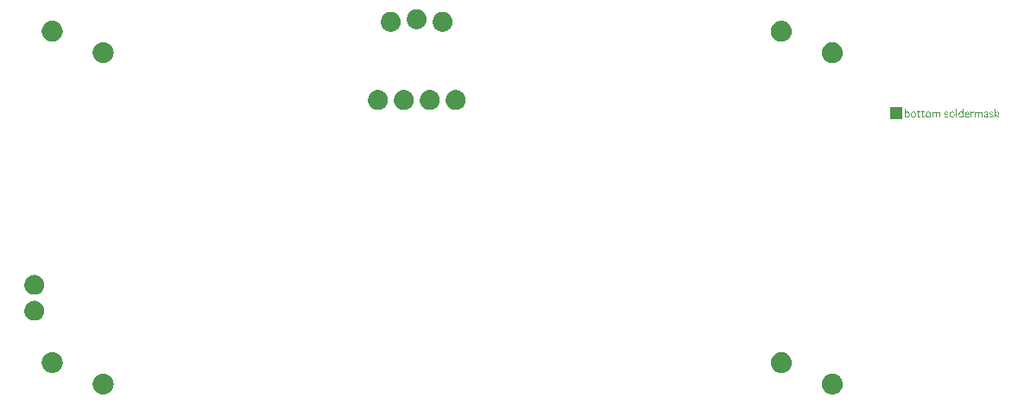
<source format=gbs>
G04                                                      *
G04 Greetings!                                           *
G04 This Gerber was generated by PCBmodE, an open source *
G04 PCB design software. Get it here:                    *
G04                                                      *
G04   http://pcbmode.com                                 *
G04                                                      *
G04 Also visit                                           *
G04                                                      *
G04   http://boldport.com                                *
G04                                                      *
G04 and follow @boldport / @pcbmode for updates!         *
G04                                                      *

G04 leading zeros omitted (L); absolute data (A); 6 integer digits and 6 fractional digits *
%FSLAX66Y66*%

G04 mode (MO): millimeters (MM) *
%MOMM*%

G04 Aperture definitions *
%ADD10C,0.001X*%
%ADD11C,0.001X*%

%LPD*%
G36*
G01X42460000Y-2902000D02*
G01X42460000Y-2902000D01*
G01X42524107Y-2899926D01*
G01X42587106Y-2893790D01*
G01X42648869Y-2883720D01*
G01X42709269Y-2869845D01*
G01X42768175Y-2852294D01*
G01X42825461Y-2831194D01*
G01X42880997Y-2806674D01*
G01X42934655Y-2778863D01*
G01X42986306Y-2747890D01*
G01X43035822Y-2713882D01*
G01X43083075Y-2676968D01*
G01X43127936Y-2637276D01*
G01X43170276Y-2594936D01*
G01X43209968Y-2550075D01*
G01X43246882Y-2502822D01*
G01X43280890Y-2453306D01*
G01X43311863Y-2401655D01*
G01X43339674Y-2347997D01*
G01X43364194Y-2292461D01*
G01X43385294Y-2235175D01*
G01X43402845Y-2176269D01*
G01X43416720Y-2115869D01*
G01X43426790Y-2054106D01*
G01X43432926Y-1991107D01*
G01X43435000Y-1927000D01*
G01X43435000Y-1927000D01*
G01X43435000Y-1927000D01*
G01X43432926Y-1862893D01*
G01X43426790Y-1799894D01*
G01X43416720Y-1738131D01*
G01X43402845Y-1677731D01*
G01X43385294Y-1618825D01*
G01X43364194Y-1561539D01*
G01X43339674Y-1506003D01*
G01X43311863Y-1452345D01*
G01X43280890Y-1400694D01*
G01X43246882Y-1351178D01*
G01X43209968Y-1303925D01*
G01X43170276Y-1259064D01*
G01X43127936Y-1216724D01*
G01X43083075Y-1177032D01*
G01X43035822Y-1140118D01*
G01X42986306Y-1106110D01*
G01X42934655Y-1075137D01*
G01X42880997Y-1047326D01*
G01X42825461Y-1022806D01*
G01X42768175Y-1001706D01*
G01X42709269Y-0984155D01*
G01X42648869Y-0970280D01*
G01X42587106Y-0960210D01*
G01X42524107Y-0954074D01*
G01X42460000Y-0952000D01*
G01X42460000Y-0952000D01*
G01X42460000Y-0952000D01*
G01X42395893Y-0954074D01*
G01X42332894Y-0960210D01*
G01X42271131Y-0970280D01*
G01X42210731Y-0984155D01*
G01X42151825Y-1001706D01*
G01X42094539Y-1022806D01*
G01X42039003Y-1047326D01*
G01X41985345Y-1075137D01*
G01X41933694Y-1106110D01*
G01X41884178Y-1140118D01*
G01X41836925Y-1177032D01*
G01X41792064Y-1216724D01*
G01X41749724Y-1259064D01*
G01X41710032Y-1303925D01*
G01X41673118Y-1351178D01*
G01X41639110Y-1400694D01*
G01X41608137Y-1452345D01*
G01X41580326Y-1506003D01*
G01X41555806Y-1561539D01*
G01X41534706Y-1618825D01*
G01X41517155Y-1677731D01*
G01X41503280Y-1738131D01*
G01X41493210Y-1799894D01*
G01X41487074Y-1862893D01*
G01X41485000Y-1927000D01*
G01X41485000Y-1927000D01*
G01X41485000Y-1927000D01*
G01X41487074Y-1991107D01*
G01X41493210Y-2054106D01*
G01X41503280Y-2115869D01*
G01X41517155Y-2176269D01*
G01X41534706Y-2235175D01*
G01X41555806Y-2292461D01*
G01X41580326Y-2347997D01*
G01X41608137Y-2401655D01*
G01X41639110Y-2453306D01*
G01X41673118Y-2502822D01*
G01X41710032Y-2550075D01*
G01X41749724Y-2594936D01*
G01X41792064Y-2637276D01*
G01X41836925Y-2676968D01*
G01X41884178Y-2713882D01*
G01X41933694Y-2747890D01*
G01X41985345Y-2778863D01*
G01X42039003Y-2806674D01*
G01X42094539Y-2831194D01*
G01X42151825Y-2852294D01*
G01X42210731Y-2869845D01*
G01X42271131Y-2883720D01*
G01X42332894Y-2893790D01*
G01X42395893Y-2899926D01*
G01X42460000Y-2902000D01*
G01X42460000Y-2902000D01*
G37*
G36*
G01X47540000Y-2902000D02*
G01X47540000Y-2902000D01*
G01X47604107Y-2899926D01*
G01X47667106Y-2893790D01*
G01X47728869Y-2883720D01*
G01X47789269Y-2869845D01*
G01X47848175Y-2852294D01*
G01X47905461Y-2831194D01*
G01X47960997Y-2806674D01*
G01X48014655Y-2778863D01*
G01X48066306Y-2747890D01*
G01X48115822Y-2713882D01*
G01X48163075Y-2676968D01*
G01X48207936Y-2637276D01*
G01X48250276Y-2594936D01*
G01X48289968Y-2550075D01*
G01X48326882Y-2502822D01*
G01X48360890Y-2453306D01*
G01X48391863Y-2401655D01*
G01X48419674Y-2347997D01*
G01X48444194Y-2292461D01*
G01X48465294Y-2235175D01*
G01X48482845Y-2176269D01*
G01X48496720Y-2115869D01*
G01X48506790Y-2054106D01*
G01X48512926Y-1991107D01*
G01X48515000Y-1927000D01*
G01X48515000Y-1927000D01*
G01X48515000Y-1927000D01*
G01X48512926Y-1862893D01*
G01X48506790Y-1799894D01*
G01X48496720Y-1738131D01*
G01X48482845Y-1677731D01*
G01X48465294Y-1618825D01*
G01X48444194Y-1561539D01*
G01X48419674Y-1506003D01*
G01X48391863Y-1452345D01*
G01X48360890Y-1400694D01*
G01X48326882Y-1351178D01*
G01X48289968Y-1303925D01*
G01X48250276Y-1259064D01*
G01X48207936Y-1216724D01*
G01X48163075Y-1177032D01*
G01X48115822Y-1140118D01*
G01X48066306Y-1106110D01*
G01X48014655Y-1075137D01*
G01X47960997Y-1047326D01*
G01X47905461Y-1022806D01*
G01X47848175Y-1001706D01*
G01X47789269Y-0984155D01*
G01X47728869Y-0970280D01*
G01X47667106Y-0960210D01*
G01X47604107Y-0954074D01*
G01X47540000Y-0952000D01*
G01X47540000Y-0952000D01*
G01X47540000Y-0952000D01*
G01X47475893Y-0954074D01*
G01X47412894Y-0960210D01*
G01X47351131Y-0970280D01*
G01X47290731Y-0984155D01*
G01X47231825Y-1001706D01*
G01X47174539Y-1022806D01*
G01X47119003Y-1047326D01*
G01X47065345Y-1075137D01*
G01X47013694Y-1106110D01*
G01X46964178Y-1140118D01*
G01X46916925Y-1177032D01*
G01X46872064Y-1216724D01*
G01X46829724Y-1259064D01*
G01X46790032Y-1303925D01*
G01X46753118Y-1351178D01*
G01X46719110Y-1400694D01*
G01X46688137Y-1452345D01*
G01X46660326Y-1506003D01*
G01X46635806Y-1561539D01*
G01X46614706Y-1618825D01*
G01X46597155Y-1677731D01*
G01X46583280Y-1738131D01*
G01X46573210Y-1799894D01*
G01X46567074Y-1862893D01*
G01X46565000Y-1927000D01*
G01X46565000Y-1927000D01*
G01X46565000Y-1927000D01*
G01X46567074Y-1991107D01*
G01X46573210Y-2054106D01*
G01X46583280Y-2115869D01*
G01X46597155Y-2176269D01*
G01X46614706Y-2235175D01*
G01X46635806Y-2292461D01*
G01X46660326Y-2347997D01*
G01X46688137Y-2401655D01*
G01X46719110Y-2453306D01*
G01X46753118Y-2502822D01*
G01X46790032Y-2550075D01*
G01X46829724Y-2594936D01*
G01X46872064Y-2637276D01*
G01X46916925Y-2676968D01*
G01X46964178Y-2713882D01*
G01X47013694Y-2747890D01*
G01X47065345Y-2778863D01*
G01X47119003Y-2806674D01*
G01X47174539Y-2831194D01*
G01X47231825Y-2852294D01*
G01X47290731Y-2869845D01*
G01X47351131Y-2883720D01*
G01X47412894Y-2893790D01*
G01X47475893Y-2899926D01*
G01X47540000Y-2902000D01*
G01X47540000Y-2902000D01*
G37*
G36*
G01X45000000Y-2648000D02*
G01X45000000Y-2648000D01*
G01X45064107Y-2645926D01*
G01X45127106Y-2639790D01*
G01X45188869Y-2629720D01*
G01X45249269Y-2615845D01*
G01X45308175Y-2598294D01*
G01X45365461Y-2577194D01*
G01X45420997Y-2552674D01*
G01X45474655Y-2524863D01*
G01X45526306Y-2493890D01*
G01X45575822Y-2459882D01*
G01X45623075Y-2422968D01*
G01X45667936Y-2383276D01*
G01X45710276Y-2340936D01*
G01X45749968Y-2296075D01*
G01X45786882Y-2248822D01*
G01X45820890Y-2199306D01*
G01X45851863Y-2147655D01*
G01X45879674Y-2093997D01*
G01X45904194Y-2038461D01*
G01X45925294Y-1981175D01*
G01X45942845Y-1922269D01*
G01X45956720Y-1861869D01*
G01X45966790Y-1800106D01*
G01X45972926Y-1737107D01*
G01X45975000Y-1673000D01*
G01X45975000Y-1673000D01*
G01X45975000Y-1673000D01*
G01X45972926Y-1608893D01*
G01X45966790Y-1545894D01*
G01X45956720Y-1484131D01*
G01X45942845Y-1423731D01*
G01X45925294Y-1364825D01*
G01X45904194Y-1307539D01*
G01X45879674Y-1252003D01*
G01X45851863Y-1198345D01*
G01X45820890Y-1146694D01*
G01X45786882Y-1097178D01*
G01X45749968Y-1049925D01*
G01X45710276Y-1005064D01*
G01X45667936Y-0962724D01*
G01X45623075Y-0923032D01*
G01X45575822Y-0886118D01*
G01X45526306Y-0852110D01*
G01X45474655Y-0821137D01*
G01X45420997Y-0793326D01*
G01X45365461Y-0768806D01*
G01X45308175Y-0747706D01*
G01X45249269Y-0730155D01*
G01X45188869Y-0716280D01*
G01X45127106Y-0706210D01*
G01X45064107Y-0700074D01*
G01X45000000Y-0698000D01*
G01X45000000Y-0698000D01*
G01X45000000Y-0698000D01*
G01X44935893Y-0700074D01*
G01X44872894Y-0706210D01*
G01X44811131Y-0716280D01*
G01X44750731Y-0730155D01*
G01X44691825Y-0747706D01*
G01X44634539Y-0768806D01*
G01X44579003Y-0793326D01*
G01X44525345Y-0821137D01*
G01X44473694Y-0852110D01*
G01X44424178Y-0886118D01*
G01X44376925Y-0923032D01*
G01X44332064Y-0962724D01*
G01X44289724Y-1005064D01*
G01X44250032Y-1049925D01*
G01X44213118Y-1097178D01*
G01X44179110Y-1146694D01*
G01X44148137Y-1198345D01*
G01X44120326Y-1252003D01*
G01X44095806Y-1307539D01*
G01X44074706Y-1364825D01*
G01X44057155Y-1423731D01*
G01X44043280Y-1484131D01*
G01X44033210Y-1545894D01*
G01X44027074Y-1608893D01*
G01X44025000Y-1673000D01*
G01X44025000Y-1673000D01*
G01X44025000Y-1673000D01*
G01X44027074Y-1737107D01*
G01X44033210Y-1800106D01*
G01X44043280Y-1861869D01*
G01X44057155Y-1922269D01*
G01X44074706Y-1981175D01*
G01X44095806Y-2038461D01*
G01X44120326Y-2093997D01*
G01X44148137Y-2147655D01*
G01X44179110Y-2199306D01*
G01X44213118Y-2248822D01*
G01X44250032Y-2296075D01*
G01X44289724Y-2340936D01*
G01X44332064Y-2383276D01*
G01X44376925Y-2422968D01*
G01X44424178Y-2459882D01*
G01X44473694Y-2493890D01*
G01X44525345Y-2524863D01*
G01X44579003Y-2552674D01*
G01X44634539Y-2577194D01*
G01X44691825Y-2598294D01*
G01X44750731Y-2615845D01*
G01X44811131Y-2629720D01*
G01X44872894Y-2639790D01*
G01X44935893Y-2645926D01*
G01X45000000Y-2648000D01*
G01X45000000Y-2648000D01*
G37*
G36*
G01X7500000Y-31245000D02*
G01X7500000Y-31245000D01*
G01X7435893Y-31242926D01*
G01X7372894Y-31236790D01*
G01X7311131Y-31226720D01*
G01X7250731Y-31212845D01*
G01X7191825Y-31195294D01*
G01X7134539Y-31174194D01*
G01X7079003Y-31149674D01*
G01X7025345Y-31121863D01*
G01X6973694Y-31090890D01*
G01X6924178Y-31056882D01*
G01X6876925Y-31019968D01*
G01X6832064Y-30980276D01*
G01X6789724Y-30937936D01*
G01X6750032Y-30893075D01*
G01X6713118Y-30845822D01*
G01X6679110Y-30796306D01*
G01X6648137Y-30744655D01*
G01X6620326Y-30690997D01*
G01X6595806Y-30635461D01*
G01X6574706Y-30578175D01*
G01X6557155Y-30519269D01*
G01X6543280Y-30458869D01*
G01X6533210Y-30397106D01*
G01X6527074Y-30334107D01*
G01X6525000Y-30270000D01*
G01X6525000Y-30270000D01*
G01X6525000Y-30270000D01*
G01X6527074Y-30205893D01*
G01X6533210Y-30142894D01*
G01X6543280Y-30081131D01*
G01X6557155Y-30020731D01*
G01X6574706Y-29961825D01*
G01X6595806Y-29904539D01*
G01X6620326Y-29849003D01*
G01X6648137Y-29795345D01*
G01X6679110Y-29743694D01*
G01X6713118Y-29694178D01*
G01X6750032Y-29646925D01*
G01X6789724Y-29602064D01*
G01X6832064Y-29559724D01*
G01X6876925Y-29520032D01*
G01X6924178Y-29483118D01*
G01X6973694Y-29449110D01*
G01X7025345Y-29418137D01*
G01X7079003Y-29390326D01*
G01X7134539Y-29365806D01*
G01X7191825Y-29344706D01*
G01X7250731Y-29327155D01*
G01X7311131Y-29313280D01*
G01X7372894Y-29303210D01*
G01X7435893Y-29297074D01*
G01X7500000Y-29295000D01*
G01X7500000Y-29295000D01*
G01X7500000Y-29295000D01*
G01X7564107Y-29297074D01*
G01X7627106Y-29303210D01*
G01X7688869Y-29313280D01*
G01X7749269Y-29327155D01*
G01X7808175Y-29344706D01*
G01X7865461Y-29365806D01*
G01X7920997Y-29390326D01*
G01X7974655Y-29418137D01*
G01X8026306Y-29449110D01*
G01X8075822Y-29483118D01*
G01X8123075Y-29520032D01*
G01X8167936Y-29559724D01*
G01X8210276Y-29602064D01*
G01X8249968Y-29646925D01*
G01X8286882Y-29694178D01*
G01X8320890Y-29743694D01*
G01X8351863Y-29795345D01*
G01X8379674Y-29849003D01*
G01X8404194Y-29904539D01*
G01X8425294Y-29961825D01*
G01X8442845Y-30020731D01*
G01X8456720Y-30081131D01*
G01X8466790Y-30142894D01*
G01X8472926Y-30205893D01*
G01X8475000Y-30270000D01*
G01X8475000Y-30270000D01*
G01X8475000Y-30270000D01*
G01X8472926Y-30334107D01*
G01X8466790Y-30397106D01*
G01X8456720Y-30458869D01*
G01X8442845Y-30519269D01*
G01X8425294Y-30578175D01*
G01X8404194Y-30635461D01*
G01X8379674Y-30690997D01*
G01X8351863Y-30744655D01*
G01X8320890Y-30796306D01*
G01X8286882Y-30845822D01*
G01X8249968Y-30893075D01*
G01X8210276Y-30937936D01*
G01X8167936Y-30980276D01*
G01X8123075Y-31019968D01*
G01X8075822Y-31056882D01*
G01X8026306Y-31090890D01*
G01X7974655Y-31121863D01*
G01X7920997Y-31149674D01*
G01X7865461Y-31174194D01*
G01X7808175Y-31195294D01*
G01X7749269Y-31212845D01*
G01X7688869Y-31226720D01*
G01X7627106Y-31236790D01*
G01X7564107Y-31242926D01*
G01X7500000Y-31245000D01*
G01X7500000Y-31245000D01*
G37*
G36*
G01X7500000Y-28705000D02*
G01X7500000Y-28705000D01*
G01X7435893Y-28702926D01*
G01X7372894Y-28696790D01*
G01X7311131Y-28686720D01*
G01X7250731Y-28672845D01*
G01X7191825Y-28655294D01*
G01X7134539Y-28634194D01*
G01X7079003Y-28609674D01*
G01X7025345Y-28581863D01*
G01X6973694Y-28550890D01*
G01X6924178Y-28516882D01*
G01X6876925Y-28479968D01*
G01X6832064Y-28440276D01*
G01X6789724Y-28397936D01*
G01X6750032Y-28353075D01*
G01X6713118Y-28305822D01*
G01X6679110Y-28256306D01*
G01X6648137Y-28204655D01*
G01X6620326Y-28150997D01*
G01X6595806Y-28095461D01*
G01X6574706Y-28038175D01*
G01X6557155Y-27979269D01*
G01X6543280Y-27918869D01*
G01X6533210Y-27857106D01*
G01X6527074Y-27794107D01*
G01X6525000Y-27730000D01*
G01X6525000Y-27730000D01*
G01X6525000Y-27730000D01*
G01X6527074Y-27665893D01*
G01X6533210Y-27602894D01*
G01X6543280Y-27541131D01*
G01X6557155Y-27480731D01*
G01X6574706Y-27421825D01*
G01X6595806Y-27364539D01*
G01X6620326Y-27309003D01*
G01X6648137Y-27255345D01*
G01X6679110Y-27203694D01*
G01X6713118Y-27154178D01*
G01X6750032Y-27106925D01*
G01X6789724Y-27062064D01*
G01X6832064Y-27019724D01*
G01X6876925Y-26980032D01*
G01X6924178Y-26943118D01*
G01X6973694Y-26909110D01*
G01X7025345Y-26878137D01*
G01X7079003Y-26850326D01*
G01X7134539Y-26825806D01*
G01X7191825Y-26804706D01*
G01X7250731Y-26787155D01*
G01X7311131Y-26773280D01*
G01X7372894Y-26763210D01*
G01X7435893Y-26757074D01*
G01X7500000Y-26755000D01*
G01X7500000Y-26755000D01*
G01X7500000Y-26755000D01*
G01X7564107Y-26757074D01*
G01X7627106Y-26763210D01*
G01X7688869Y-26773280D01*
G01X7749269Y-26787155D01*
G01X7808175Y-26804706D01*
G01X7865461Y-26825806D01*
G01X7920997Y-26850326D01*
G01X7974655Y-26878137D01*
G01X8026306Y-26909110D01*
G01X8075822Y-26943118D01*
G01X8123075Y-26980032D01*
G01X8167936Y-27019724D01*
G01X8210276Y-27062064D01*
G01X8249968Y-27106925D01*
G01X8286882Y-27154178D01*
G01X8320890Y-27203694D01*
G01X8351863Y-27255345D01*
G01X8379674Y-27309003D01*
G01X8404194Y-27364539D01*
G01X8425294Y-27421825D01*
G01X8442845Y-27480731D01*
G01X8456720Y-27541131D01*
G01X8466790Y-27602894D01*
G01X8472926Y-27665893D01*
G01X8475000Y-27730000D01*
G01X8475000Y-27730000D01*
G01X8475000Y-27730000D01*
G01X8472926Y-27794107D01*
G01X8466790Y-27857106D01*
G01X8456720Y-27918869D01*
G01X8442845Y-27979269D01*
G01X8425294Y-28038175D01*
G01X8404194Y-28095461D01*
G01X8379674Y-28150997D01*
G01X8351863Y-28204655D01*
G01X8320890Y-28256306D01*
G01X8286882Y-28305822D01*
G01X8249968Y-28353075D01*
G01X8210276Y-28397936D01*
G01X8167936Y-28440276D01*
G01X8123075Y-28479968D01*
G01X8075822Y-28516882D01*
G01X8026306Y-28550890D01*
G01X7974655Y-28581863D01*
G01X7920997Y-28609674D01*
G01X7865461Y-28634194D01*
G01X7808175Y-28655294D01*
G01X7749269Y-28672845D01*
G01X7688869Y-28686720D01*
G01X7627106Y-28696790D01*
G01X7564107Y-28702926D01*
G01X7500000Y-28705000D01*
G01X7500000Y-28705000D01*
G37*
G36*
G01X80750000Y-36375000D02*
G01X80750000Y-36375000D01*
G01X80817394Y-36372820D01*
G01X80883624Y-36366369D01*
G01X80948555Y-36355783D01*
G01X81012052Y-36341197D01*
G01X81073979Y-36322745D01*
G01X81134203Y-36300563D01*
G01X81192587Y-36274786D01*
G01X81248996Y-36245549D01*
G01X81303296Y-36212987D01*
G01X81355352Y-36177234D01*
G01X81405028Y-36138427D01*
G01X81452189Y-36096701D01*
G01X81496701Y-36052189D01*
G01X81538427Y-36005028D01*
G01X81577234Y-35955352D01*
G01X81612987Y-35903296D01*
G01X81645549Y-35848996D01*
G01X81674786Y-35792586D01*
G01X81700563Y-35734203D01*
G01X81722745Y-35673979D01*
G01X81741197Y-35612052D01*
G01X81755783Y-35548555D01*
G01X81766369Y-35483624D01*
G01X81772820Y-35417394D01*
G01X81775000Y-35350000D01*
G01X81775000Y-35350000D01*
G01X81775000Y-35350000D01*
G01X81772820Y-35282606D01*
G01X81766369Y-35216376D01*
G01X81755783Y-35151445D01*
G01X81741197Y-35087948D01*
G01X81722745Y-35026021D01*
G01X81700563Y-34965797D01*
G01X81674786Y-34907413D01*
G01X81645549Y-34851004D01*
G01X81612987Y-34796704D01*
G01X81577234Y-34744648D01*
G01X81538427Y-34694972D01*
G01X81496701Y-34647811D01*
G01X81452189Y-34603299D01*
G01X81405028Y-34561573D01*
G01X81355352Y-34522766D01*
G01X81303296Y-34487013D01*
G01X81248996Y-34454451D01*
G01X81192587Y-34425214D01*
G01X81134203Y-34399437D01*
G01X81073979Y-34377255D01*
G01X81012052Y-34358803D01*
G01X80948555Y-34344217D01*
G01X80883624Y-34333631D01*
G01X80817394Y-34327180D01*
G01X80750000Y-34325000D01*
G01X80750000Y-34325000D01*
G01X80750000Y-34325000D01*
G01X80682606Y-34327180D01*
G01X80616376Y-34333631D01*
G01X80551445Y-34344217D01*
G01X80487948Y-34358803D01*
G01X80426021Y-34377255D01*
G01X80365797Y-34399437D01*
G01X80307413Y-34425214D01*
G01X80251004Y-34454451D01*
G01X80196704Y-34487013D01*
G01X80144648Y-34522766D01*
G01X80094972Y-34561573D01*
G01X80047811Y-34603299D01*
G01X80003299Y-34647811D01*
G01X79961573Y-34694972D01*
G01X79922766Y-34744648D01*
G01X79887013Y-34796704D01*
G01X79854451Y-34851004D01*
G01X79825214Y-34907413D01*
G01X79799437Y-34965797D01*
G01X79777255Y-35026021D01*
G01X79758803Y-35087948D01*
G01X79744217Y-35151445D01*
G01X79733631Y-35216376D01*
G01X79727180Y-35282606D01*
G01X79725000Y-35350000D01*
G01X79725000Y-35350000D01*
G01X79725000Y-35350000D01*
G01X79727180Y-35417394D01*
G01X79733631Y-35483624D01*
G01X79744217Y-35548555D01*
G01X79758803Y-35612052D01*
G01X79777255Y-35673979D01*
G01X79799437Y-35734203D01*
G01X79825214Y-35792586D01*
G01X79854451Y-35848996D01*
G01X79887013Y-35903296D01*
G01X79922766Y-35955352D01*
G01X79961573Y-36005028D01*
G01X80003299Y-36052189D01*
G01X80047811Y-36096701D01*
G01X80094972Y-36138427D01*
G01X80144648Y-36177234D01*
G01X80196704Y-36212987D01*
G01X80251004Y-36245549D01*
G01X80307413Y-36274786D01*
G01X80365797Y-36300563D01*
G01X80426021Y-36322745D01*
G01X80487948Y-36341197D01*
G01X80551445Y-36355783D01*
G01X80616376Y-36366369D01*
G01X80682606Y-36372820D01*
G01X80750000Y-36375000D01*
G01X80750000Y-36375000D01*
G37*
G36*
G01X85750000Y-38475000D02*
G01X85750000Y-38475000D01*
G01X85817394Y-38472820D01*
G01X85883624Y-38466369D01*
G01X85948555Y-38455783D01*
G01X86012052Y-38441197D01*
G01X86073979Y-38422745D01*
G01X86134203Y-38400563D01*
G01X86192587Y-38374786D01*
G01X86248996Y-38345549D01*
G01X86303296Y-38312987D01*
G01X86355352Y-38277234D01*
G01X86405028Y-38238427D01*
G01X86452189Y-38196701D01*
G01X86496701Y-38152189D01*
G01X86538427Y-38105028D01*
G01X86577234Y-38055352D01*
G01X86612987Y-38003296D01*
G01X86645549Y-37948996D01*
G01X86674786Y-37892587D01*
G01X86700563Y-37834203D01*
G01X86722745Y-37773979D01*
G01X86741197Y-37712052D01*
G01X86755783Y-37648555D01*
G01X86766369Y-37583624D01*
G01X86772820Y-37517394D01*
G01X86775000Y-37450000D01*
G01X86775000Y-37450000D01*
G01X86775000Y-37450000D01*
G01X86772820Y-37382606D01*
G01X86766369Y-37316376D01*
G01X86755783Y-37251445D01*
G01X86741197Y-37187948D01*
G01X86722745Y-37126021D01*
G01X86700563Y-37065797D01*
G01X86674786Y-37007413D01*
G01X86645549Y-36951004D01*
G01X86612987Y-36896704D01*
G01X86577234Y-36844648D01*
G01X86538427Y-36794972D01*
G01X86496701Y-36747811D01*
G01X86452189Y-36703299D01*
G01X86405028Y-36661573D01*
G01X86355352Y-36622766D01*
G01X86303296Y-36587013D01*
G01X86248996Y-36554451D01*
G01X86192587Y-36525214D01*
G01X86134203Y-36499437D01*
G01X86073979Y-36477255D01*
G01X86012052Y-36458803D01*
G01X85948555Y-36444217D01*
G01X85883624Y-36433631D01*
G01X85817394Y-36427180D01*
G01X85750000Y-36425000D01*
G01X85750000Y-36425000D01*
G01X85750000Y-36425000D01*
G01X85682606Y-36427180D01*
G01X85616376Y-36433631D01*
G01X85551445Y-36444217D01*
G01X85487948Y-36458803D01*
G01X85426021Y-36477255D01*
G01X85365797Y-36499437D01*
G01X85307413Y-36525214D01*
G01X85251004Y-36554451D01*
G01X85196704Y-36587013D01*
G01X85144648Y-36622766D01*
G01X85094972Y-36661573D01*
G01X85047811Y-36703299D01*
G01X85003299Y-36747811D01*
G01X84961573Y-36794972D01*
G01X84922766Y-36844648D01*
G01X84887013Y-36896704D01*
G01X84854451Y-36951004D01*
G01X84825214Y-37007413D01*
G01X84799437Y-37065797D01*
G01X84777255Y-37126021D01*
G01X84758803Y-37187948D01*
G01X84744217Y-37251445D01*
G01X84733631Y-37316376D01*
G01X84727180Y-37382606D01*
G01X84725000Y-37450000D01*
G01X84725000Y-37450000D01*
G01X84725000Y-37450000D01*
G01X84727180Y-37517394D01*
G01X84733631Y-37583624D01*
G01X84744217Y-37648555D01*
G01X84758803Y-37712052D01*
G01X84777255Y-37773979D01*
G01X84799437Y-37834203D01*
G01X84825214Y-37892587D01*
G01X84854451Y-37948996D01*
G01X84887013Y-38003296D01*
G01X84922766Y-38055352D01*
G01X84961573Y-38105028D01*
G01X85003299Y-38152189D01*
G01X85047811Y-38196701D01*
G01X85094972Y-38238427D01*
G01X85144648Y-38277234D01*
G01X85196704Y-38312987D01*
G01X85251004Y-38345549D01*
G01X85307413Y-38374786D01*
G01X85365797Y-38400563D01*
G01X85426021Y-38422745D01*
G01X85487948Y-38441197D01*
G01X85551445Y-38455783D01*
G01X85616376Y-38466369D01*
G01X85682606Y-38472820D01*
G01X85750000Y-38475000D01*
G01X85750000Y-38475000D01*
G37*
G36*
G01X9250000Y-3875000D02*
G01X9250000Y-3875000D01*
G01X9317394Y-3872820D01*
G01X9383624Y-3866369D01*
G01X9448555Y-3855783D01*
G01X9512052Y-3841197D01*
G01X9573979Y-3822745D01*
G01X9634203Y-3800563D01*
G01X9692587Y-3774786D01*
G01X9748996Y-3745549D01*
G01X9803296Y-3712987D01*
G01X9855352Y-3677234D01*
G01X9905028Y-3638427D01*
G01X9952189Y-3596701D01*
G01X9996701Y-3552189D01*
G01X10038427Y-3505028D01*
G01X10077234Y-3455352D01*
G01X10112987Y-3403296D01*
G01X10145549Y-3348996D01*
G01X10174786Y-3292587D01*
G01X10200563Y-3234203D01*
G01X10222745Y-3173979D01*
G01X10241197Y-3112052D01*
G01X10255783Y-3048555D01*
G01X10266369Y-2983624D01*
G01X10272820Y-2917394D01*
G01X10275000Y-2850000D01*
G01X10275000Y-2850000D01*
G01X10275000Y-2850000D01*
G01X10272820Y-2782606D01*
G01X10266369Y-2716376D01*
G01X10255783Y-2651445D01*
G01X10241197Y-2587948D01*
G01X10222745Y-2526021D01*
G01X10200563Y-2465797D01*
G01X10174786Y-2407414D01*
G01X10145549Y-2351004D01*
G01X10112987Y-2296704D01*
G01X10077234Y-2244648D01*
G01X10038427Y-2194972D01*
G01X9996701Y-2147811D01*
G01X9952189Y-2103299D01*
G01X9905028Y-2061573D01*
G01X9855352Y-2022766D01*
G01X9803296Y-1987013D01*
G01X9748996Y-1954451D01*
G01X9692587Y-1925214D01*
G01X9634203Y-1899437D01*
G01X9573979Y-1877255D01*
G01X9512052Y-1858803D01*
G01X9448555Y-1844217D01*
G01X9383624Y-1833631D01*
G01X9317394Y-1827180D01*
G01X9250000Y-1825000D01*
G01X9250000Y-1825000D01*
G01X9250000Y-1825000D01*
G01X9182606Y-1827180D01*
G01X9116376Y-1833631D01*
G01X9051445Y-1844217D01*
G01X8987948Y-1858803D01*
G01X8926021Y-1877255D01*
G01X8865797Y-1899437D01*
G01X8807413Y-1925214D01*
G01X8751004Y-1954451D01*
G01X8696704Y-1987013D01*
G01X8644648Y-2022766D01*
G01X8594972Y-2061573D01*
G01X8547811Y-2103299D01*
G01X8503299Y-2147811D01*
G01X8461573Y-2194972D01*
G01X8422766Y-2244648D01*
G01X8387013Y-2296704D01*
G01X8354451Y-2351004D01*
G01X8325214Y-2407414D01*
G01X8299437Y-2465797D01*
G01X8277255Y-2526021D01*
G01X8258803Y-2587948D01*
G01X8244217Y-2651445D01*
G01X8233631Y-2716376D01*
G01X8227180Y-2782606D01*
G01X8225000Y-2850000D01*
G01X8225000Y-2850000D01*
G01X8225000Y-2850000D01*
G01X8227180Y-2917394D01*
G01X8233631Y-2983624D01*
G01X8244217Y-3048555D01*
G01X8258803Y-3112052D01*
G01X8277255Y-3173979D01*
G01X8299437Y-3234203D01*
G01X8325214Y-3292587D01*
G01X8354451Y-3348996D01*
G01X8387013Y-3403296D01*
G01X8422766Y-3455352D01*
G01X8461573Y-3505028D01*
G01X8503299Y-3552189D01*
G01X8547811Y-3596701D01*
G01X8594972Y-3638427D01*
G01X8644648Y-3677234D01*
G01X8696704Y-3712987D01*
G01X8751004Y-3745549D01*
G01X8807413Y-3774786D01*
G01X8865797Y-3800563D01*
G01X8926021Y-3822745D01*
G01X8987948Y-3841197D01*
G01X9051445Y-3855783D01*
G01X9116376Y-3866369D01*
G01X9182606Y-3872820D01*
G01X9250000Y-3875000D01*
G01X9250000Y-3875000D01*
G37*
G36*
G01X14250000Y-5975000D02*
G01X14250000Y-5975000D01*
G01X14317394Y-5972820D01*
G01X14383624Y-5966369D01*
G01X14448555Y-5955783D01*
G01X14512052Y-5941197D01*
G01X14573979Y-5922745D01*
G01X14634203Y-5900563D01*
G01X14692587Y-5874786D01*
G01X14748996Y-5845549D01*
G01X14803296Y-5812987D01*
G01X14855352Y-5777234D01*
G01X14905028Y-5738427D01*
G01X14952189Y-5696701D01*
G01X14996701Y-5652189D01*
G01X15038427Y-5605028D01*
G01X15077234Y-5555352D01*
G01X15112987Y-5503296D01*
G01X15145549Y-5448996D01*
G01X15174786Y-5392587D01*
G01X15200563Y-5334203D01*
G01X15222745Y-5273979D01*
G01X15241197Y-5212052D01*
G01X15255783Y-5148555D01*
G01X15266369Y-5083624D01*
G01X15272820Y-5017394D01*
G01X15275000Y-4950000D01*
G01X15275000Y-4950000D01*
G01X15275000Y-4950000D01*
G01X15272820Y-4882606D01*
G01X15266369Y-4816376D01*
G01X15255783Y-4751445D01*
G01X15241197Y-4687948D01*
G01X15222745Y-4626021D01*
G01X15200563Y-4565797D01*
G01X15174786Y-4507414D01*
G01X15145549Y-4451004D01*
G01X15112987Y-4396704D01*
G01X15077234Y-4344648D01*
G01X15038427Y-4294972D01*
G01X14996701Y-4247811D01*
G01X14952189Y-4203299D01*
G01X14905028Y-4161573D01*
G01X14855352Y-4122766D01*
G01X14803296Y-4087013D01*
G01X14748996Y-4054451D01*
G01X14692587Y-4025214D01*
G01X14634203Y-3999437D01*
G01X14573979Y-3977255D01*
G01X14512052Y-3958803D01*
G01X14448555Y-3944217D01*
G01X14383624Y-3933631D01*
G01X14317394Y-3927180D01*
G01X14250000Y-3925000D01*
G01X14250000Y-3925000D01*
G01X14250000Y-3925000D01*
G01X14182606Y-3927180D01*
G01X14116376Y-3933631D01*
G01X14051445Y-3944217D01*
G01X13987948Y-3958803D01*
G01X13926021Y-3977255D01*
G01X13865797Y-3999437D01*
G01X13807413Y-4025214D01*
G01X13751004Y-4054451D01*
G01X13696704Y-4087013D01*
G01X13644648Y-4122766D01*
G01X13594972Y-4161573D01*
G01X13547811Y-4203299D01*
G01X13503299Y-4247811D01*
G01X13461573Y-4294972D01*
G01X13422766Y-4344648D01*
G01X13387013Y-4396704D01*
G01X13354451Y-4451004D01*
G01X13325214Y-4507414D01*
G01X13299437Y-4565797D01*
G01X13277255Y-4626021D01*
G01X13258803Y-4687948D01*
G01X13244217Y-4751445D01*
G01X13233631Y-4816376D01*
G01X13227180Y-4882606D01*
G01X13225000Y-4950000D01*
G01X13225000Y-4950000D01*
G01X13225000Y-4950000D01*
G01X13227180Y-5017394D01*
G01X13233631Y-5083624D01*
G01X13244217Y-5148555D01*
G01X13258803Y-5212052D01*
G01X13277255Y-5273979D01*
G01X13299437Y-5334203D01*
G01X13325214Y-5392587D01*
G01X13354451Y-5448996D01*
G01X13387013Y-5503296D01*
G01X13422766Y-5555352D01*
G01X13461573Y-5605028D01*
G01X13503299Y-5652189D01*
G01X13547811Y-5696701D01*
G01X13594972Y-5738427D01*
G01X13644648Y-5777234D01*
G01X13696704Y-5812987D01*
G01X13751004Y-5845549D01*
G01X13807413Y-5874786D01*
G01X13865797Y-5900563D01*
G01X13926021Y-5922745D01*
G01X13987948Y-5941197D01*
G01X14051445Y-5955783D01*
G01X14116376Y-5966369D01*
G01X14182606Y-5972820D01*
G01X14250000Y-5975000D01*
G01X14250000Y-5975000D01*
G37*
G36*
G01X9250000Y-36375000D02*
G01X9250000Y-36375000D01*
G01X9317394Y-36372820D01*
G01X9383624Y-36366369D01*
G01X9448555Y-36355783D01*
G01X9512052Y-36341197D01*
G01X9573979Y-36322745D01*
G01X9634203Y-36300563D01*
G01X9692587Y-36274786D01*
G01X9748996Y-36245549D01*
G01X9803296Y-36212987D01*
G01X9855352Y-36177234D01*
G01X9905028Y-36138427D01*
G01X9952189Y-36096701D01*
G01X9996701Y-36052189D01*
G01X10038427Y-36005028D01*
G01X10077234Y-35955352D01*
G01X10112987Y-35903296D01*
G01X10145549Y-35848996D01*
G01X10174786Y-35792586D01*
G01X10200563Y-35734203D01*
G01X10222745Y-35673979D01*
G01X10241197Y-35612052D01*
G01X10255783Y-35548555D01*
G01X10266369Y-35483624D01*
G01X10272820Y-35417394D01*
G01X10275000Y-35350000D01*
G01X10275000Y-35350000D01*
G01X10275000Y-35350000D01*
G01X10272820Y-35282606D01*
G01X10266369Y-35216376D01*
G01X10255783Y-35151445D01*
G01X10241197Y-35087948D01*
G01X10222745Y-35026021D01*
G01X10200563Y-34965797D01*
G01X10174786Y-34907413D01*
G01X10145549Y-34851004D01*
G01X10112987Y-34796704D01*
G01X10077234Y-34744648D01*
G01X10038427Y-34694972D01*
G01X9996701Y-34647811D01*
G01X9952189Y-34603299D01*
G01X9905028Y-34561573D01*
G01X9855352Y-34522766D01*
G01X9803296Y-34487013D01*
G01X9748996Y-34454451D01*
G01X9692587Y-34425214D01*
G01X9634203Y-34399437D01*
G01X9573979Y-34377255D01*
G01X9512052Y-34358803D01*
G01X9448555Y-34344217D01*
G01X9383624Y-34333631D01*
G01X9317394Y-34327180D01*
G01X9250000Y-34325000D01*
G01X9250000Y-34325000D01*
G01X9250000Y-34325000D01*
G01X9182606Y-34327180D01*
G01X9116376Y-34333631D01*
G01X9051445Y-34344217D01*
G01X8987948Y-34358803D01*
G01X8926021Y-34377255D01*
G01X8865797Y-34399437D01*
G01X8807413Y-34425214D01*
G01X8751004Y-34454451D01*
G01X8696704Y-34487013D01*
G01X8644648Y-34522766D01*
G01X8594972Y-34561573D01*
G01X8547811Y-34603299D01*
G01X8503299Y-34647811D01*
G01X8461573Y-34694972D01*
G01X8422766Y-34744648D01*
G01X8387013Y-34796704D01*
G01X8354451Y-34851004D01*
G01X8325214Y-34907413D01*
G01X8299437Y-34965797D01*
G01X8277255Y-35026021D01*
G01X8258803Y-35087948D01*
G01X8244217Y-35151445D01*
G01X8233631Y-35216376D01*
G01X8227180Y-35282606D01*
G01X8225000Y-35350000D01*
G01X8225000Y-35350000D01*
G01X8225000Y-35350000D01*
G01X8227180Y-35417394D01*
G01X8233631Y-35483624D01*
G01X8244217Y-35548555D01*
G01X8258803Y-35612052D01*
G01X8277255Y-35673979D01*
G01X8299437Y-35734203D01*
G01X8325214Y-35792586D01*
G01X8354451Y-35848996D01*
G01X8387013Y-35903296D01*
G01X8422766Y-35955352D01*
G01X8461573Y-36005028D01*
G01X8503299Y-36052189D01*
G01X8547811Y-36096701D01*
G01X8594972Y-36138427D01*
G01X8644648Y-36177234D01*
G01X8696704Y-36212987D01*
G01X8751004Y-36245549D01*
G01X8807413Y-36274786D01*
G01X8865797Y-36300563D01*
G01X8926021Y-36322745D01*
G01X8987948Y-36341197D01*
G01X9051445Y-36355783D01*
G01X9116376Y-36366369D01*
G01X9182606Y-36372820D01*
G01X9250000Y-36375000D01*
G01X9250000Y-36375000D01*
G37*
G36*
G01X14250000Y-38475000D02*
G01X14250000Y-38475000D01*
G01X14317394Y-38472820D01*
G01X14383624Y-38466369D01*
G01X14448555Y-38455783D01*
G01X14512052Y-38441197D01*
G01X14573979Y-38422745D01*
G01X14634203Y-38400563D01*
G01X14692587Y-38374786D01*
G01X14748996Y-38345549D01*
G01X14803296Y-38312987D01*
G01X14855352Y-38277234D01*
G01X14905028Y-38238427D01*
G01X14952189Y-38196701D01*
G01X14996701Y-38152189D01*
G01X15038427Y-38105028D01*
G01X15077234Y-38055352D01*
G01X15112987Y-38003296D01*
G01X15145549Y-37948996D01*
G01X15174786Y-37892587D01*
G01X15200563Y-37834203D01*
G01X15222745Y-37773979D01*
G01X15241197Y-37712052D01*
G01X15255783Y-37648555D01*
G01X15266369Y-37583624D01*
G01X15272820Y-37517394D01*
G01X15275000Y-37450000D01*
G01X15275000Y-37450000D01*
G01X15275000Y-37450000D01*
G01X15272820Y-37382606D01*
G01X15266369Y-37316376D01*
G01X15255783Y-37251445D01*
G01X15241197Y-37187948D01*
G01X15222745Y-37126021D01*
G01X15200563Y-37065797D01*
G01X15174786Y-37007413D01*
G01X15145549Y-36951004D01*
G01X15112987Y-36896704D01*
G01X15077234Y-36844648D01*
G01X15038427Y-36794972D01*
G01X14996701Y-36747811D01*
G01X14952189Y-36703299D01*
G01X14905028Y-36661573D01*
G01X14855352Y-36622766D01*
G01X14803296Y-36587013D01*
G01X14748996Y-36554451D01*
G01X14692587Y-36525214D01*
G01X14634203Y-36499437D01*
G01X14573979Y-36477255D01*
G01X14512052Y-36458803D01*
G01X14448555Y-36444217D01*
G01X14383624Y-36433631D01*
G01X14317394Y-36427180D01*
G01X14250000Y-36425000D01*
G01X14250000Y-36425000D01*
G01X14250000Y-36425000D01*
G01X14182606Y-36427180D01*
G01X14116376Y-36433631D01*
G01X14051445Y-36444217D01*
G01X13987948Y-36458803D01*
G01X13926021Y-36477255D01*
G01X13865797Y-36499437D01*
G01X13807413Y-36525214D01*
G01X13751004Y-36554451D01*
G01X13696704Y-36587013D01*
G01X13644648Y-36622766D01*
G01X13594972Y-36661573D01*
G01X13547811Y-36703299D01*
G01X13503299Y-36747811D01*
G01X13461573Y-36794972D01*
G01X13422766Y-36844648D01*
G01X13387013Y-36896704D01*
G01X13354451Y-36951004D01*
G01X13325214Y-37007413D01*
G01X13299437Y-37065797D01*
G01X13277255Y-37126021D01*
G01X13258803Y-37187948D01*
G01X13244217Y-37251445D01*
G01X13233631Y-37316376D01*
G01X13227180Y-37382606D01*
G01X13225000Y-37450000D01*
G01X13225000Y-37450000D01*
G01X13225000Y-37450000D01*
G01X13227180Y-37517394D01*
G01X13233631Y-37583624D01*
G01X13244217Y-37648555D01*
G01X13258803Y-37712052D01*
G01X13277255Y-37773979D01*
G01X13299437Y-37834203D01*
G01X13325214Y-37892587D01*
G01X13354451Y-37948996D01*
G01X13387013Y-38003296D01*
G01X13422766Y-38055352D01*
G01X13461573Y-38105028D01*
G01X13503299Y-38152189D01*
G01X13547811Y-38196701D01*
G01X13594972Y-38238427D01*
G01X13644648Y-38277234D01*
G01X13696704Y-38312987D01*
G01X13751004Y-38345549D01*
G01X13807413Y-38374786D01*
G01X13865797Y-38400563D01*
G01X13926021Y-38422745D01*
G01X13987948Y-38441197D01*
G01X14051445Y-38455783D01*
G01X14116376Y-38466369D01*
G01X14182606Y-38472820D01*
G01X14250000Y-38475000D01*
G01X14250000Y-38475000D01*
G37*
G36*
G01X41190000Y-10575000D02*
G01X41190000Y-10575000D01*
G01X41254107Y-10572926D01*
G01X41317106Y-10566790D01*
G01X41378869Y-10556720D01*
G01X41439269Y-10542845D01*
G01X41498175Y-10525294D01*
G01X41555461Y-10504194D01*
G01X41610997Y-10479674D01*
G01X41664655Y-10451863D01*
G01X41716306Y-10420890D01*
G01X41765822Y-10386882D01*
G01X41813075Y-10349968D01*
G01X41857936Y-10310276D01*
G01X41900276Y-10267936D01*
G01X41939968Y-10223075D01*
G01X41976882Y-10175822D01*
G01X42010890Y-10126306D01*
G01X42041863Y-10074655D01*
G01X42069674Y-10020997D01*
G01X42094194Y-9965461D01*
G01X42115294Y-9908175D01*
G01X42132845Y-9849269D01*
G01X42146720Y-9788869D01*
G01X42156790Y-9727106D01*
G01X42162926Y-9664107D01*
G01X42165000Y-9600000D01*
G01X42165000Y-9600000D01*
G01X42165000Y-9600000D01*
G01X42162926Y-9535893D01*
G01X42156790Y-9472894D01*
G01X42146720Y-9411131D01*
G01X42132845Y-9350731D01*
G01X42115294Y-9291825D01*
G01X42094194Y-9234539D01*
G01X42069674Y-9179003D01*
G01X42041863Y-9125345D01*
G01X42010890Y-9073694D01*
G01X41976882Y-9024178D01*
G01X41939968Y-8976925D01*
G01X41900276Y-8932064D01*
G01X41857936Y-8889724D01*
G01X41813075Y-8850032D01*
G01X41765822Y-8813118D01*
G01X41716306Y-8779110D01*
G01X41664655Y-8748137D01*
G01X41610997Y-8720326D01*
G01X41555461Y-8695806D01*
G01X41498175Y-8674706D01*
G01X41439269Y-8657155D01*
G01X41378869Y-8643280D01*
G01X41317106Y-8633210D01*
G01X41254107Y-8627074D01*
G01X41190000Y-8625000D01*
G01X41190000Y-8625000D01*
G01X41190000Y-8625000D01*
G01X41125893Y-8627074D01*
G01X41062894Y-8633210D01*
G01X41001131Y-8643280D01*
G01X40940731Y-8657155D01*
G01X40881825Y-8674706D01*
G01X40824539Y-8695806D01*
G01X40769003Y-8720326D01*
G01X40715345Y-8748137D01*
G01X40663694Y-8779110D01*
G01X40614178Y-8813118D01*
G01X40566925Y-8850032D01*
G01X40522064Y-8889724D01*
G01X40479724Y-8932064D01*
G01X40440032Y-8976925D01*
G01X40403118Y-9024178D01*
G01X40369110Y-9073694D01*
G01X40338137Y-9125345D01*
G01X40310326Y-9179003D01*
G01X40285806Y-9234539D01*
G01X40264706Y-9291825D01*
G01X40247155Y-9350731D01*
G01X40233280Y-9411131D01*
G01X40223210Y-9472894D01*
G01X40217074Y-9535893D01*
G01X40215000Y-9600000D01*
G01X40215000Y-9600000D01*
G01X40215000Y-9600000D01*
G01X40217074Y-9664107D01*
G01X40223210Y-9727106D01*
G01X40233280Y-9788869D01*
G01X40247155Y-9849269D01*
G01X40264706Y-9908175D01*
G01X40285806Y-9965461D01*
G01X40310326Y-10020997D01*
G01X40338137Y-10074655D01*
G01X40369110Y-10126306D01*
G01X40403118Y-10175822D01*
G01X40440032Y-10223075D01*
G01X40479724Y-10267936D01*
G01X40522064Y-10310276D01*
G01X40566925Y-10349968D01*
G01X40614178Y-10386882D01*
G01X40663694Y-10420890D01*
G01X40715345Y-10451863D01*
G01X40769003Y-10479674D01*
G01X40824539Y-10504194D01*
G01X40881825Y-10525294D01*
G01X40940731Y-10542845D01*
G01X41001131Y-10556720D01*
G01X41062894Y-10566790D01*
G01X41125893Y-10572926D01*
G01X41190000Y-10575000D01*
G01X41190000Y-10575000D01*
G37*
G36*
G01X46270000Y-10575000D02*
G01X46270000Y-10575000D01*
G01X46334107Y-10572926D01*
G01X46397106Y-10566790D01*
G01X46458869Y-10556720D01*
G01X46519269Y-10542845D01*
G01X46578175Y-10525294D01*
G01X46635461Y-10504194D01*
G01X46690997Y-10479674D01*
G01X46744655Y-10451863D01*
G01X46796306Y-10420890D01*
G01X46845822Y-10386882D01*
G01X46893075Y-10349968D01*
G01X46937936Y-10310276D01*
G01X46980276Y-10267936D01*
G01X47019968Y-10223075D01*
G01X47056882Y-10175822D01*
G01X47090890Y-10126306D01*
G01X47121863Y-10074655D01*
G01X47149674Y-10020997D01*
G01X47174194Y-9965461D01*
G01X47195294Y-9908175D01*
G01X47212845Y-9849269D01*
G01X47226720Y-9788869D01*
G01X47236790Y-9727106D01*
G01X47242926Y-9664107D01*
G01X47245000Y-9600000D01*
G01X47245000Y-9600000D01*
G01X47245000Y-9600000D01*
G01X47242926Y-9535893D01*
G01X47236790Y-9472894D01*
G01X47226720Y-9411131D01*
G01X47212845Y-9350731D01*
G01X47195294Y-9291825D01*
G01X47174194Y-9234539D01*
G01X47149674Y-9179003D01*
G01X47121863Y-9125345D01*
G01X47090890Y-9073694D01*
G01X47056882Y-9024178D01*
G01X47019968Y-8976925D01*
G01X46980276Y-8932064D01*
G01X46937936Y-8889724D01*
G01X46893075Y-8850032D01*
G01X46845822Y-8813118D01*
G01X46796306Y-8779110D01*
G01X46744655Y-8748137D01*
G01X46690997Y-8720326D01*
G01X46635461Y-8695806D01*
G01X46578175Y-8674706D01*
G01X46519269Y-8657155D01*
G01X46458869Y-8643280D01*
G01X46397106Y-8633210D01*
G01X46334107Y-8627074D01*
G01X46270000Y-8625000D01*
G01X46270000Y-8625000D01*
G01X46270000Y-8625000D01*
G01X46205893Y-8627074D01*
G01X46142894Y-8633210D01*
G01X46081131Y-8643280D01*
G01X46020731Y-8657155D01*
G01X45961825Y-8674706D01*
G01X45904539Y-8695806D01*
G01X45849003Y-8720326D01*
G01X45795345Y-8748137D01*
G01X45743694Y-8779110D01*
G01X45694178Y-8813118D01*
G01X45646925Y-8850032D01*
G01X45602064Y-8889724D01*
G01X45559724Y-8932064D01*
G01X45520032Y-8976925D01*
G01X45483118Y-9024178D01*
G01X45449110Y-9073694D01*
G01X45418137Y-9125345D01*
G01X45390326Y-9179003D01*
G01X45365806Y-9234539D01*
G01X45344706Y-9291825D01*
G01X45327155Y-9350731D01*
G01X45313280Y-9411131D01*
G01X45303210Y-9472894D01*
G01X45297074Y-9535893D01*
G01X45295000Y-9600000D01*
G01X45295000Y-9600000D01*
G01X45295000Y-9600000D01*
G01X45297074Y-9664107D01*
G01X45303210Y-9727106D01*
G01X45313280Y-9788869D01*
G01X45327155Y-9849269D01*
G01X45344706Y-9908175D01*
G01X45365806Y-9965461D01*
G01X45390326Y-10020997D01*
G01X45418137Y-10074655D01*
G01X45449110Y-10126306D01*
G01X45483118Y-10175822D01*
G01X45520032Y-10223075D01*
G01X45559724Y-10267936D01*
G01X45602064Y-10310276D01*
G01X45646925Y-10349968D01*
G01X45694178Y-10386882D01*
G01X45743694Y-10420890D01*
G01X45795345Y-10451863D01*
G01X45849003Y-10479674D01*
G01X45904539Y-10504194D01*
G01X45961825Y-10525294D01*
G01X46020731Y-10542845D01*
G01X46081131Y-10556720D01*
G01X46142894Y-10566790D01*
G01X46205893Y-10572926D01*
G01X46270000Y-10575000D01*
G01X46270000Y-10575000D01*
G37*
G36*
G01X43730000Y-10575000D02*
G01X43730000Y-10575000D01*
G01X43794107Y-10572926D01*
G01X43857106Y-10566790D01*
G01X43918869Y-10556720D01*
G01X43979269Y-10542845D01*
G01X44038175Y-10525294D01*
G01X44095461Y-10504194D01*
G01X44150997Y-10479674D01*
G01X44204655Y-10451863D01*
G01X44256306Y-10420890D01*
G01X44305822Y-10386882D01*
G01X44353075Y-10349968D01*
G01X44397936Y-10310276D01*
G01X44440276Y-10267936D01*
G01X44479968Y-10223075D01*
G01X44516882Y-10175822D01*
G01X44550890Y-10126306D01*
G01X44581863Y-10074655D01*
G01X44609674Y-10020997D01*
G01X44634194Y-9965461D01*
G01X44655294Y-9908175D01*
G01X44672845Y-9849269D01*
G01X44686720Y-9788869D01*
G01X44696790Y-9727106D01*
G01X44702926Y-9664107D01*
G01X44705000Y-9600000D01*
G01X44705000Y-9600000D01*
G01X44705000Y-9600000D01*
G01X44702926Y-9535893D01*
G01X44696790Y-9472894D01*
G01X44686720Y-9411131D01*
G01X44672845Y-9350731D01*
G01X44655294Y-9291825D01*
G01X44634194Y-9234539D01*
G01X44609674Y-9179003D01*
G01X44581863Y-9125345D01*
G01X44550890Y-9073694D01*
G01X44516882Y-9024178D01*
G01X44479968Y-8976925D01*
G01X44440276Y-8932064D01*
G01X44397936Y-8889724D01*
G01X44353075Y-8850032D01*
G01X44305822Y-8813118D01*
G01X44256306Y-8779110D01*
G01X44204655Y-8748137D01*
G01X44150997Y-8720326D01*
G01X44095461Y-8695806D01*
G01X44038175Y-8674706D01*
G01X43979269Y-8657155D01*
G01X43918869Y-8643280D01*
G01X43857106Y-8633210D01*
G01X43794107Y-8627074D01*
G01X43730000Y-8625000D01*
G01X43730000Y-8625000D01*
G01X43730000Y-8625000D01*
G01X43665893Y-8627074D01*
G01X43602894Y-8633210D01*
G01X43541131Y-8643280D01*
G01X43480731Y-8657155D01*
G01X43421825Y-8674706D01*
G01X43364539Y-8695806D01*
G01X43309003Y-8720326D01*
G01X43255345Y-8748137D01*
G01X43203694Y-8779110D01*
G01X43154178Y-8813118D01*
G01X43106925Y-8850032D01*
G01X43062064Y-8889724D01*
G01X43019724Y-8932064D01*
G01X42980032Y-8976925D01*
G01X42943118Y-9024178D01*
G01X42909110Y-9073694D01*
G01X42878137Y-9125345D01*
G01X42850326Y-9179003D01*
G01X42825806Y-9234539D01*
G01X42804706Y-9291825D01*
G01X42787155Y-9350731D01*
G01X42773280Y-9411131D01*
G01X42763210Y-9472894D01*
G01X42757074Y-9535893D01*
G01X42755000Y-9600000D01*
G01X42755000Y-9600000D01*
G01X42755000Y-9600000D01*
G01X42757074Y-9664107D01*
G01X42763210Y-9727106D01*
G01X42773280Y-9788869D01*
G01X42787155Y-9849269D01*
G01X42804706Y-9908175D01*
G01X42825806Y-9965461D01*
G01X42850326Y-10020997D01*
G01X42878137Y-10074655D01*
G01X42909110Y-10126306D01*
G01X42943118Y-10175822D01*
G01X42980032Y-10223075D01*
G01X43019724Y-10267936D01*
G01X43062064Y-10310276D01*
G01X43106925Y-10349968D01*
G01X43154178Y-10386882D01*
G01X43203694Y-10420890D01*
G01X43255345Y-10451863D01*
G01X43309003Y-10479674D01*
G01X43364539Y-10504194D01*
G01X43421825Y-10525294D01*
G01X43480731Y-10542845D01*
G01X43541131Y-10556720D01*
G01X43602894Y-10566790D01*
G01X43665893Y-10572926D01*
G01X43730000Y-10575000D01*
G01X43730000Y-10575000D01*
G37*
G36*
G01X48810000Y-10575000D02*
G01X48810000Y-10575000D01*
G01X48874107Y-10572926D01*
G01X48937106Y-10566790D01*
G01X48998869Y-10556720D01*
G01X49059269Y-10542845D01*
G01X49118175Y-10525294D01*
G01X49175461Y-10504194D01*
G01X49230997Y-10479674D01*
G01X49284655Y-10451863D01*
G01X49336306Y-10420890D01*
G01X49385822Y-10386882D01*
G01X49433075Y-10349968D01*
G01X49477936Y-10310276D01*
G01X49520276Y-10267936D01*
G01X49559968Y-10223075D01*
G01X49596882Y-10175822D01*
G01X49630890Y-10126306D01*
G01X49661863Y-10074655D01*
G01X49689674Y-10020997D01*
G01X49714194Y-9965461D01*
G01X49735294Y-9908175D01*
G01X49752845Y-9849269D01*
G01X49766720Y-9788869D01*
G01X49776790Y-9727106D01*
G01X49782926Y-9664107D01*
G01X49785000Y-9600000D01*
G01X49785000Y-9600000D01*
G01X49785000Y-9600000D01*
G01X49782926Y-9535893D01*
G01X49776790Y-9472894D01*
G01X49766720Y-9411131D01*
G01X49752845Y-9350731D01*
G01X49735294Y-9291825D01*
G01X49714194Y-9234539D01*
G01X49689674Y-9179003D01*
G01X49661863Y-9125345D01*
G01X49630890Y-9073694D01*
G01X49596882Y-9024178D01*
G01X49559968Y-8976925D01*
G01X49520276Y-8932064D01*
G01X49477936Y-8889724D01*
G01X49433075Y-8850032D01*
G01X49385822Y-8813118D01*
G01X49336306Y-8779110D01*
G01X49284655Y-8748137D01*
G01X49230997Y-8720326D01*
G01X49175461Y-8695806D01*
G01X49118175Y-8674706D01*
G01X49059269Y-8657155D01*
G01X48998869Y-8643280D01*
G01X48937106Y-8633210D01*
G01X48874107Y-8627074D01*
G01X48810000Y-8625000D01*
G01X48810000Y-8625000D01*
G01X48810000Y-8625000D01*
G01X48745893Y-8627074D01*
G01X48682894Y-8633210D01*
G01X48621131Y-8643280D01*
G01X48560731Y-8657155D01*
G01X48501825Y-8674706D01*
G01X48444539Y-8695806D01*
G01X48389003Y-8720326D01*
G01X48335345Y-8748137D01*
G01X48283694Y-8779110D01*
G01X48234178Y-8813118D01*
G01X48186925Y-8850032D01*
G01X48142064Y-8889724D01*
G01X48099724Y-8932064D01*
G01X48060032Y-8976925D01*
G01X48023118Y-9024178D01*
G01X47989110Y-9073694D01*
G01X47958137Y-9125345D01*
G01X47930326Y-9179003D01*
G01X47905806Y-9234539D01*
G01X47884706Y-9291825D01*
G01X47867155Y-9350731D01*
G01X47853280Y-9411131D01*
G01X47843210Y-9472894D01*
G01X47837074Y-9535893D01*
G01X47835000Y-9600000D01*
G01X47835000Y-9600000D01*
G01X47835000Y-9600000D01*
G01X47837074Y-9664107D01*
G01X47843210Y-9727106D01*
G01X47853280Y-9788869D01*
G01X47867155Y-9849269D01*
G01X47884706Y-9908175D01*
G01X47905806Y-9965461D01*
G01X47930326Y-10020997D01*
G01X47958137Y-10074655D01*
G01X47989110Y-10126306D01*
G01X48023118Y-10175822D01*
G01X48060032Y-10223075D01*
G01X48099724Y-10267936D01*
G01X48142064Y-10310276D01*
G01X48186925Y-10349968D01*
G01X48234178Y-10386882D01*
G01X48283694Y-10420890D01*
G01X48335345Y-10451863D01*
G01X48389003Y-10479674D01*
G01X48444539Y-10504194D01*
G01X48501825Y-10525294D01*
G01X48560731Y-10542845D01*
G01X48621131Y-10556720D01*
G01X48682894Y-10566790D01*
G01X48745893Y-10572926D01*
G01X48810000Y-10575000D01*
G01X48810000Y-10575000D01*
G37*
G36*
G01X80750000Y-3875000D02*
G01X80750000Y-3875000D01*
G01X80817394Y-3872820D01*
G01X80883624Y-3866369D01*
G01X80948555Y-3855783D01*
G01X81012052Y-3841197D01*
G01X81073979Y-3822745D01*
G01X81134203Y-3800563D01*
G01X81192587Y-3774786D01*
G01X81248996Y-3745549D01*
G01X81303296Y-3712987D01*
G01X81355352Y-3677234D01*
G01X81405028Y-3638427D01*
G01X81452189Y-3596701D01*
G01X81496701Y-3552189D01*
G01X81538427Y-3505028D01*
G01X81577234Y-3455352D01*
G01X81612987Y-3403296D01*
G01X81645549Y-3348996D01*
G01X81674786Y-3292587D01*
G01X81700563Y-3234203D01*
G01X81722745Y-3173979D01*
G01X81741197Y-3112052D01*
G01X81755783Y-3048555D01*
G01X81766369Y-2983624D01*
G01X81772820Y-2917394D01*
G01X81775000Y-2850000D01*
G01X81775000Y-2850000D01*
G01X81775000Y-2850000D01*
G01X81772820Y-2782606D01*
G01X81766369Y-2716376D01*
G01X81755783Y-2651445D01*
G01X81741197Y-2587948D01*
G01X81722745Y-2526021D01*
G01X81700563Y-2465797D01*
G01X81674786Y-2407414D01*
G01X81645549Y-2351004D01*
G01X81612987Y-2296704D01*
G01X81577234Y-2244648D01*
G01X81538427Y-2194972D01*
G01X81496701Y-2147811D01*
G01X81452189Y-2103299D01*
G01X81405028Y-2061573D01*
G01X81355352Y-2022766D01*
G01X81303296Y-1987013D01*
G01X81248996Y-1954451D01*
G01X81192587Y-1925214D01*
G01X81134203Y-1899437D01*
G01X81073979Y-1877255D01*
G01X81012052Y-1858803D01*
G01X80948555Y-1844217D01*
G01X80883624Y-1833631D01*
G01X80817394Y-1827180D01*
G01X80750000Y-1825000D01*
G01X80750000Y-1825000D01*
G01X80750000Y-1825000D01*
G01X80682606Y-1827180D01*
G01X80616376Y-1833631D01*
G01X80551445Y-1844217D01*
G01X80487948Y-1858803D01*
G01X80426021Y-1877255D01*
G01X80365797Y-1899437D01*
G01X80307413Y-1925214D01*
G01X80251004Y-1954451D01*
G01X80196704Y-1987013D01*
G01X80144648Y-2022766D01*
G01X80094972Y-2061573D01*
G01X80047811Y-2103299D01*
G01X80003299Y-2147811D01*
G01X79961573Y-2194972D01*
G01X79922766Y-2244648D01*
G01X79887013Y-2296704D01*
G01X79854451Y-2351004D01*
G01X79825214Y-2407414D01*
G01X79799437Y-2465797D01*
G01X79777255Y-2526021D01*
G01X79758803Y-2587948D01*
G01X79744217Y-2651445D01*
G01X79733631Y-2716376D01*
G01X79727180Y-2782606D01*
G01X79725000Y-2850000D01*
G01X79725000Y-2850000D01*
G01X79725000Y-2850000D01*
G01X79727180Y-2917394D01*
G01X79733631Y-2983624D01*
G01X79744217Y-3048555D01*
G01X79758803Y-3112052D01*
G01X79777255Y-3173979D01*
G01X79799437Y-3234203D01*
G01X79825214Y-3292587D01*
G01X79854451Y-3348996D01*
G01X79887013Y-3403296D01*
G01X79922766Y-3455352D01*
G01X79961573Y-3505028D01*
G01X80003299Y-3552189D01*
G01X80047811Y-3596701D01*
G01X80094972Y-3638427D01*
G01X80144648Y-3677234D01*
G01X80196704Y-3712987D01*
G01X80251004Y-3745549D01*
G01X80307413Y-3774786D01*
G01X80365797Y-3800563D01*
G01X80426021Y-3822745D01*
G01X80487948Y-3841197D01*
G01X80551445Y-3855783D01*
G01X80616376Y-3866369D01*
G01X80682606Y-3872820D01*
G01X80750000Y-3875000D01*
G01X80750000Y-3875000D01*
G37*
G36*
G01X85750000Y-5975000D02*
G01X85750000Y-5975000D01*
G01X85817394Y-5972820D01*
G01X85883624Y-5966369D01*
G01X85948555Y-5955783D01*
G01X86012052Y-5941197D01*
G01X86073979Y-5922745D01*
G01X86134203Y-5900563D01*
G01X86192587Y-5874786D01*
G01X86248996Y-5845549D01*
G01X86303296Y-5812987D01*
G01X86355352Y-5777234D01*
G01X86405028Y-5738427D01*
G01X86452189Y-5696701D01*
G01X86496701Y-5652189D01*
G01X86538427Y-5605028D01*
G01X86577234Y-5555352D01*
G01X86612987Y-5503296D01*
G01X86645549Y-5448996D01*
G01X86674786Y-5392587D01*
G01X86700563Y-5334203D01*
G01X86722745Y-5273979D01*
G01X86741197Y-5212052D01*
G01X86755783Y-5148555D01*
G01X86766369Y-5083624D01*
G01X86772820Y-5017394D01*
G01X86775000Y-4950000D01*
G01X86775000Y-4950000D01*
G01X86775000Y-4950000D01*
G01X86772820Y-4882606D01*
G01X86766369Y-4816376D01*
G01X86755783Y-4751445D01*
G01X86741197Y-4687948D01*
G01X86722745Y-4626021D01*
G01X86700563Y-4565797D01*
G01X86674786Y-4507414D01*
G01X86645549Y-4451004D01*
G01X86612987Y-4396704D01*
G01X86577234Y-4344648D01*
G01X86538427Y-4294972D01*
G01X86496701Y-4247811D01*
G01X86452189Y-4203299D01*
G01X86405028Y-4161573D01*
G01X86355352Y-4122766D01*
G01X86303296Y-4087013D01*
G01X86248996Y-4054451D01*
G01X86192587Y-4025214D01*
G01X86134203Y-3999437D01*
G01X86073979Y-3977255D01*
G01X86012052Y-3958803D01*
G01X85948555Y-3944217D01*
G01X85883624Y-3933631D01*
G01X85817394Y-3927180D01*
G01X85750000Y-3925000D01*
G01X85750000Y-3925000D01*
G01X85750000Y-3925000D01*
G01X85682606Y-3927180D01*
G01X85616376Y-3933631D01*
G01X85551445Y-3944217D01*
G01X85487948Y-3958803D01*
G01X85426021Y-3977255D01*
G01X85365797Y-3999437D01*
G01X85307413Y-4025214D01*
G01X85251004Y-4054451D01*
G01X85196704Y-4087013D01*
G01X85144648Y-4122766D01*
G01X85094972Y-4161573D01*
G01X85047811Y-4203299D01*
G01X85003299Y-4247811D01*
G01X84961573Y-4294972D01*
G01X84922766Y-4344648D01*
G01X84887013Y-4396704D01*
G01X84854451Y-4451004D01*
G01X84825214Y-4507414D01*
G01X84799437Y-4565797D01*
G01X84777255Y-4626021D01*
G01X84758803Y-4687948D01*
G01X84744217Y-4751445D01*
G01X84733631Y-4816376D01*
G01X84727180Y-4882606D01*
G01X84725000Y-4950000D01*
G01X84725000Y-4950000D01*
G01X84725000Y-4950000D01*
G01X84727180Y-5017394D01*
G01X84733631Y-5083624D01*
G01X84744217Y-5148555D01*
G01X84758803Y-5212052D01*
G01X84777255Y-5273979D01*
G01X84799437Y-5334203D01*
G01X84825214Y-5392587D01*
G01X84854451Y-5448996D01*
G01X84887013Y-5503296D01*
G01X84922766Y-5555352D01*
G01X84961573Y-5605028D01*
G01X85003299Y-5652189D01*
G01X85047811Y-5696701D01*
G01X85094972Y-5738427D01*
G01X85144648Y-5777234D01*
G01X85196704Y-5812987D01*
G01X85251004Y-5845549D01*
G01X85307413Y-5874786D01*
G01X85365797Y-5900563D01*
G01X85426021Y-5922745D01*
G01X85487948Y-5941197D01*
G01X85551445Y-5955783D01*
G01X85616376Y-5966369D01*
G01X85682606Y-5972820D01*
G01X85750000Y-5975000D01*
G01X85750000Y-5975000D01*
G37*
G36*
G01X91400000Y-10275000D02*
G01X92600000Y-10275000D01*
G01X92600000Y-11475000D01*
G01X91400000Y-11475000D01*
G01X91400000Y-10275000D01*
G37*
G36*
G01X92850000Y-10426758D02*
G01X92850000Y-10426758D01*
G01X92893360Y-10423242D01*
G01X92893360Y-10423242D01*
G01X92944751Y-10455441D01*
G01X92947266Y-10468945D01*
G01X92947266Y-10468945D01*
G01X92946983Y-10514271D01*
G01X92946440Y-10584544D01*
G01X92946099Y-10626774D01*
G01X92946094Y-10627442D01*
G01X92946094Y-10627442D01*
G01X92945360Y-10724262D01*
G01X92945022Y-10780763D01*
G01X92944927Y-10805552D01*
G01X92944922Y-10808789D01*
G01X92944922Y-10808789D01*
G01X93013602Y-10770803D01*
G01X93074953Y-10751985D01*
G01X93117604Y-10745602D01*
G01X93130664Y-10744922D01*
G01X93130664Y-10744922D01*
G01X93204851Y-10759603D01*
G01X93256193Y-10788966D01*
G01X93280989Y-10810988D01*
G01X93282715Y-10812891D01*
G01X93282715Y-10812891D01*
G01X93315423Y-10870499D01*
G01X93332818Y-10934369D01*
G01X93339736Y-10987879D01*
G01X93341012Y-11014408D01*
G01X93341016Y-11015039D01*
G01X93341016Y-11015039D01*
G01X93332957Y-11095456D01*
G01X93314322Y-11160638D01*
G01X93293420Y-11207513D01*
G01X93278562Y-11233014D01*
G01X93275977Y-11236817D01*
G01X93275977Y-11236817D01*
G01X93221713Y-11287276D01*
G01X93162524Y-11314111D01*
G01X93113331Y-11324784D01*
G01X93089053Y-11326752D01*
G01X93088477Y-11326758D01*
G01X93088477Y-11326758D01*
G01X93010708Y-11317491D01*
G01X92945750Y-11295725D01*
G01X92896956Y-11270511D01*
G01X92867680Y-11250900D01*
G01X92860547Y-11245313D01*
G01X92860547Y-11245313D01*
G01X92864611Y-11190825D01*
G01X92867185Y-11123428D01*
G01X92868605Y-11057494D01*
G01X92869210Y-11007394D01*
G01X92869336Y-10987500D01*
G01X92869336Y-10987500D01*
G01X92869336Y-10987500D01*
G01X92868863Y-10926138D01*
G01X92867686Y-10856754D01*
G01X92866168Y-10788244D01*
G01X92864671Y-10729502D01*
G01X92863558Y-10689425D01*
G01X92863184Y-10676660D01*
G01X92863184Y-10676660D01*
G01X92859450Y-10572258D01*
G01X92855885Y-10500481D01*
G01X92852869Y-10455914D01*
G01X92850781Y-10433145D01*
G01X92850000Y-10426758D01*
G01X92850000Y-10426758D01*
G37*
%LPC*%
G36*
G01X92943750Y-11197266D02*
G01X92943750Y-11197266D01*
G01X93008682Y-11238198D01*
G01X93065166Y-11255780D01*
G01X93097160Y-11259883D01*
G01X93099610Y-11259961D01*
G01X93099610Y-11259961D01*
G01X93167966Y-11240481D01*
G01X93207124Y-11205755D01*
G01X93217676Y-11190820D01*
G01X93217676Y-11190820D01*
G01X93243276Y-11124892D01*
G01X93254147Y-11064595D01*
G01X93256602Y-11029485D01*
G01X93256641Y-11026758D01*
G01X93256641Y-11026758D01*
G01X93247339Y-10944408D01*
G01X93228734Y-10891294D01*
G01X93214780Y-10867226D01*
G01X93213574Y-10865625D01*
G01X93213574Y-10865625D01*
G01X93155519Y-10823256D01*
G01X93111283Y-10812616D01*
G01X93105469Y-10812305D01*
G01X93103711Y-10812305D01*
G01X93103711Y-10812305D01*
G01X93034372Y-10825184D01*
G01X92980072Y-10851474D01*
G01X92949645Y-10872656D01*
G01X92946094Y-10875586D01*
G01X92946094Y-10875586D01*
G01X92946515Y-10934427D01*
G01X92946680Y-10952637D01*
G01X92946680Y-10952637D01*
G01X92947193Y-11026575D01*
G01X92947266Y-11053711D01*
G01X92947266Y-11053711D01*
G01X92947266Y-11053711D01*
G01X92946275Y-11136787D01*
G01X92944510Y-11184420D01*
G01X92943750Y-11197266D01*
G37*
%LPD*%
G36*
G01X93441211Y-11036719D02*
G01X93441211Y-11036719D01*
G01X93450141Y-10957536D01*
G01X93470791Y-10895209D01*
G01X93493953Y-10851534D01*
G01X93510417Y-10828309D01*
G01X93513282Y-10824903D01*
G01X93513282Y-10824903D01*
G01X93570640Y-10780032D01*
G01X93630023Y-10756168D01*
G01X93678066Y-10746678D01*
G01X93701404Y-10744927D01*
G01X93701953Y-10744922D01*
G01X93701953Y-10744922D01*
G01X93778446Y-10756531D01*
G01X93836903Y-10782514D01*
G01X93875188Y-10809603D01*
G01X93891161Y-10824529D01*
G01X93891504Y-10824903D01*
G01X93891504Y-10824903D01*
G01X93929219Y-10883263D01*
G01X93950676Y-10944947D01*
G01X93960460Y-10998218D01*
G01X93963157Y-11031341D01*
G01X93963281Y-11036719D01*
G01X93963281Y-11036719D01*
G01X93953637Y-11118996D01*
G01X93931690Y-11182610D01*
G01X93907921Y-11225637D01*
G01X93892809Y-11246151D01*
G01X93891504Y-11247656D01*
G01X93891504Y-11247656D01*
G01X93834140Y-11292034D01*
G01X93774464Y-11315636D01*
G01X93726059Y-11325022D01*
G01X93702508Y-11326753D01*
G01X93701953Y-11326758D01*
G01X93701953Y-11326758D01*
G01X93626076Y-11315276D01*
G01X93567873Y-11289579D01*
G01X93529628Y-11262788D01*
G01X93513626Y-11248026D01*
G01X93513282Y-11247656D01*
G01X93513282Y-11247656D01*
G01X93475412Y-11189758D01*
G01X93453868Y-11128337D01*
G01X93444044Y-11075185D01*
G01X93441336Y-11042095D01*
G01X93441211Y-11036719D01*
G37*
%LPC*%
G36*
G01X93525586Y-11019727D02*
G01X93525586Y-11019727D01*
G01X93534497Y-11097475D01*
G01X93553049Y-11154485D01*
G01X93568972Y-11186281D01*
G01X93572168Y-11191406D01*
G01X93572168Y-11191406D01*
G01X93625942Y-11239342D01*
G01X93677808Y-11257267D01*
G01X93701929Y-11259961D01*
G01X93701953Y-11259961D01*
G01X93701953Y-11259961D01*
G01X93775939Y-11244113D01*
G01X93820230Y-11215861D01*
G01X93832617Y-11203711D01*
G01X93832617Y-11203711D01*
G01X93864753Y-11142492D01*
G01X93877305Y-11084038D01*
G01X93879489Y-11054153D01*
G01X93879492Y-11053711D01*
G01X93879492Y-11053711D01*
G01X93870301Y-10975851D01*
G01X93851166Y-10918608D01*
G01X93834742Y-10886611D01*
G01X93831446Y-10881445D01*
G01X93831446Y-10881445D01*
G01X93777095Y-10833100D01*
G01X93725685Y-10815022D01*
G01X93701978Y-10812305D01*
G01X93701953Y-10812305D01*
G01X93701953Y-10812305D01*
G01X93628133Y-10828318D01*
G01X93584136Y-10856864D01*
G01X93571875Y-10869141D01*
G01X93571875Y-10869141D01*
G01X93540141Y-10930762D01*
G01X93527746Y-10989373D01*
G01X93525589Y-11019285D01*
G01X93525586Y-11019727D01*
G37*
%LPD*%
G36*
G01X94017188Y-10800000D02*
G01X94017188Y-10800000D01*
G01X94035059Y-10764844D01*
G01X94035059Y-10764844D01*
G01X94092066Y-10757279D01*
G01X94096289Y-10757227D01*
G01X94130274Y-10757227D01*
G01X94130274Y-10757227D01*
G01X94126783Y-10678459D01*
G01X94123454Y-10631480D01*
G01X94122657Y-10622461D01*
G01X94122657Y-10622461D01*
G01X94162500Y-10618945D01*
G01X94162500Y-10618945D01*
G01X94216771Y-10649866D01*
G01X94219922Y-10664649D01*
G01X94219922Y-10664649D01*
G01X94217298Y-10722961D01*
G01X94215235Y-10758399D01*
G01X94215235Y-10758399D01*
G01X94310999Y-10757392D01*
G01X94373145Y-10755176D01*
G01X94406726Y-10752960D01*
G01X94416797Y-10751953D01*
G01X94416797Y-10751953D01*
G01X94416797Y-10751953D01*
G01X94421485Y-10780078D01*
G01X94421485Y-10780078D01*
G01X94408887Y-10812305D01*
G01X94408887Y-10812305D01*
G01X94368750Y-10821680D01*
G01X94368750Y-10821680D01*
G01X94310805Y-10822499D01*
G01X94245303Y-10822806D01*
G01X94212925Y-10822852D01*
G01X94212891Y-10822852D01*
G01X94212891Y-10822852D01*
G01X94211793Y-10897049D01*
G01X94211106Y-10967726D01*
G01X94210733Y-11028446D01*
G01X94210580Y-11072770D01*
G01X94210547Y-11094260D01*
G01X94210547Y-11095313D01*
G01X94210547Y-11095313D01*
G01X94217473Y-11181013D01*
G01X94229501Y-11222473D01*
G01X94233985Y-11230957D01*
G01X94233985Y-11230957D01*
G01X94289052Y-11261067D01*
G01X94311328Y-11263477D01*
G01X94311328Y-11263477D01*
G01X94375965Y-11243680D01*
G01X94397461Y-11227149D01*
G01X94397461Y-11227149D01*
G01X94419141Y-11270508D01*
G01X94419141Y-11270508D01*
G01X94388408Y-11311064D01*
G01X94388086Y-11311231D01*
G01X94388086Y-11311231D01*
G01X94326378Y-11326092D01*
G01X94312500Y-11326758D01*
G01X94312500Y-11326758D01*
G01X94234228Y-11312881D01*
G01X94188436Y-11286304D01*
G01X94171782Y-11269604D01*
G01X94171582Y-11269336D01*
G01X94171582Y-11269336D01*
G01X94145692Y-11211490D01*
G01X94133793Y-11149443D01*
G01X94130443Y-11105731D01*
G01X94130274Y-11097656D01*
G01X94130274Y-11097656D01*
G01X94131372Y-10990258D01*
G01X94132059Y-10913130D01*
G01X94132431Y-10862148D01*
G01X94132585Y-10833190D01*
G01X94132617Y-10822132D01*
G01X94132617Y-10821680D01*
G01X94132617Y-10821680D01*
G01X94083590Y-10825417D01*
G01X94023742Y-10830223D01*
G01X94020703Y-10830469D01*
G01X94020703Y-10830469D01*
G01X94017188Y-10800000D01*
G37*
G36*
G01X94439063Y-10800000D02*
G01X94439063Y-10800000D01*
G01X94456934Y-10764844D01*
G01X94456934Y-10764844D01*
G01X94513941Y-10757279D01*
G01X94518164Y-10757227D01*
G01X94552149Y-10757227D01*
G01X94552149Y-10757227D01*
G01X94548658Y-10678459D01*
G01X94545329Y-10631480D01*
G01X94544532Y-10622461D01*
G01X94544532Y-10622461D01*
G01X94584375Y-10618945D01*
G01X94584375Y-10618945D01*
G01X94638646Y-10649866D01*
G01X94641797Y-10664649D01*
G01X94641797Y-10664649D01*
G01X94639173Y-10722961D01*
G01X94637110Y-10758399D01*
G01X94637110Y-10758399D01*
G01X94732874Y-10757392D01*
G01X94795020Y-10755176D01*
G01X94828601Y-10752960D01*
G01X94838672Y-10751953D01*
G01X94838672Y-10751953D01*
G01X94838672Y-10751953D01*
G01X94843360Y-10780078D01*
G01X94843360Y-10780078D01*
G01X94830762Y-10812305D01*
G01X94830762Y-10812305D01*
G01X94790625Y-10821680D01*
G01X94790625Y-10821680D01*
G01X94732680Y-10822499D01*
G01X94667178Y-10822806D01*
G01X94634800Y-10822852D01*
G01X94634766Y-10822852D01*
G01X94634766Y-10822852D01*
G01X94633668Y-10897049D01*
G01X94632981Y-10967726D01*
G01X94632608Y-11028446D01*
G01X94632455Y-11072770D01*
G01X94632422Y-11094260D01*
G01X94632422Y-11095313D01*
G01X94632422Y-11095313D01*
G01X94639348Y-11181013D01*
G01X94651376Y-11222473D01*
G01X94655860Y-11230957D01*
G01X94655860Y-11230957D01*
G01X94710927Y-11261067D01*
G01X94733203Y-11263477D01*
G01X94733203Y-11263477D01*
G01X94797840Y-11243680D01*
G01X94819336Y-11227149D01*
G01X94819336Y-11227149D01*
G01X94841016Y-11270508D01*
G01X94841016Y-11270508D01*
G01X94810283Y-11311064D01*
G01X94809961Y-11311231D01*
G01X94809961Y-11311231D01*
G01X94748253Y-11326092D01*
G01X94734375Y-11326758D01*
G01X94734375Y-11326758D01*
G01X94656103Y-11312881D01*
G01X94610311Y-11286304D01*
G01X94593657Y-11269604D01*
G01X94593457Y-11269336D01*
G01X94593457Y-11269336D01*
G01X94567567Y-11211490D01*
G01X94555668Y-11149443D01*
G01X94552318Y-11105731D01*
G01X94552149Y-11097656D01*
G01X94552149Y-11097656D01*
G01X94553247Y-10990258D01*
G01X94553934Y-10913130D01*
G01X94554306Y-10862148D01*
G01X94554460Y-10833190D01*
G01X94554492Y-10822132D01*
G01X94554492Y-10821680D01*
G01X94554492Y-10821680D01*
G01X94505465Y-10825417D01*
G01X94445617Y-10830223D01*
G01X94442578Y-10830469D01*
G01X94442578Y-10830469D01*
G01X94439063Y-10800000D01*
G37*
G36*
G01X94914844Y-11036719D02*
G01X94914844Y-11036719D01*
G01X94923774Y-10957536D01*
G01X94944424Y-10895209D01*
G01X94967586Y-10851534D01*
G01X94984050Y-10828309D01*
G01X94986914Y-10824903D01*
G01X94986914Y-10824903D01*
G01X95044272Y-10780032D01*
G01X95103656Y-10756168D01*
G01X95151699Y-10746678D01*
G01X95175037Y-10744927D01*
G01X95175586Y-10744922D01*
G01X95175586Y-10744922D01*
G01X95252079Y-10756531D01*
G01X95310536Y-10782514D01*
G01X95348821Y-10809603D01*
G01X95364794Y-10824529D01*
G01X95365137Y-10824903D01*
G01X95365137Y-10824903D01*
G01X95402852Y-10883263D01*
G01X95424309Y-10944947D01*
G01X95434093Y-10998218D01*
G01X95436790Y-11031341D01*
G01X95436914Y-11036719D01*
G01X95436914Y-11036719D01*
G01X95427270Y-11118996D01*
G01X95405323Y-11182610D01*
G01X95381554Y-11225637D01*
G01X95366442Y-11246151D01*
G01X95365137Y-11247656D01*
G01X95365137Y-11247656D01*
G01X95307773Y-11292034D01*
G01X95248097Y-11315636D01*
G01X95199691Y-11325022D01*
G01X95176141Y-11326753D01*
G01X95175586Y-11326758D01*
G01X95175586Y-11326758D01*
G01X95099709Y-11315276D01*
G01X95041506Y-11289579D01*
G01X95003261Y-11262788D01*
G01X94987258Y-11248026D01*
G01X94986914Y-11247656D01*
G01X94986914Y-11247656D01*
G01X94949045Y-11189758D01*
G01X94927501Y-11128337D01*
G01X94917677Y-11075185D01*
G01X94914969Y-11042095D01*
G01X94914844Y-11036719D01*
G37*
%LPC*%
G36*
G01X94999219Y-11019727D02*
G01X94999219Y-11019727D01*
G01X95008130Y-11097475D01*
G01X95026682Y-11154485D01*
G01X95042605Y-11186281D01*
G01X95045801Y-11191406D01*
G01X95045801Y-11191406D01*
G01X95099575Y-11239342D01*
G01X95151441Y-11257267D01*
G01X95175561Y-11259961D01*
G01X95175586Y-11259961D01*
G01X95175586Y-11259961D01*
G01X95249572Y-11244113D01*
G01X95293863Y-11215861D01*
G01X95306250Y-11203711D01*
G01X95306250Y-11203711D01*
G01X95338386Y-11142492D01*
G01X95350938Y-11084038D01*
G01X95353122Y-11054153D01*
G01X95353125Y-11053711D01*
G01X95353125Y-11053711D01*
G01X95343934Y-10975851D01*
G01X95324798Y-10918608D01*
G01X95308375Y-10886611D01*
G01X95305078Y-10881445D01*
G01X95305078Y-10881445D01*
G01X95250728Y-10833100D01*
G01X95199318Y-10815022D01*
G01X95175611Y-10812305D01*
G01X95175586Y-10812305D01*
G01X95175586Y-10812305D01*
G01X95101766Y-10828318D01*
G01X95057769Y-10856864D01*
G01X95045508Y-10869141D01*
G01X95045508Y-10869141D01*
G01X95013774Y-10930762D01*
G01X95001379Y-10989373D01*
G01X94999222Y-11019285D01*
G01X94999219Y-11019727D01*
G37*
%LPD*%
G36*
G01X95562891Y-10763086D02*
G01X95562891Y-10763086D01*
G01X95606250Y-10753711D01*
G01X95606250Y-10753711D01*
G01X95656309Y-10788061D01*
G01X95661328Y-10813477D01*
G01X95661328Y-10813477D01*
G01X95719409Y-10777661D01*
G01X95749805Y-10764258D01*
G01X95749805Y-10764258D01*
G01X95749805Y-10764258D01*
G01X95818946Y-10747339D01*
G01X95849414Y-10744922D01*
G01X95849414Y-10744922D01*
G01X95849414Y-10744922D01*
G01X95923815Y-10762746D01*
G01X95966392Y-10797645D01*
G01X95982490Y-10821760D01*
G01X95983008Y-10822852D01*
G01X95983008Y-10822852D01*
G01X96036967Y-10785024D01*
G01X96072924Y-10768018D01*
G01X96073535Y-10767774D01*
G01X96073535Y-10767774D01*
G01X96144063Y-10748724D01*
G01X96181897Y-10744945D01*
G01X96183399Y-10744922D01*
G01X96183399Y-10744922D01*
G01X96253730Y-10761395D01*
G01X96287430Y-10783464D01*
G01X96289160Y-10785059D01*
G01X96289160Y-10785059D01*
G01X96319700Y-10842715D01*
G01X96329167Y-10898621D01*
G01X96329883Y-10914258D01*
G01X96329883Y-10914258D01*
G01X96328614Y-10968473D01*
G01X96327832Y-11000684D01*
G01X96327832Y-11000684D01*
G01X96326224Y-11081867D01*
G01X96325798Y-11122943D01*
G01X96325782Y-11128125D01*
G01X96325782Y-11128125D01*
G01X96329705Y-11210728D01*
G01X96337872Y-11270697D01*
G01X96344882Y-11303864D01*
G01X96346289Y-11309180D01*
G01X96346289Y-11309180D01*
G01X96299414Y-11318555D01*
G01X96299414Y-11318555D01*
G01X96254590Y-11304785D01*
G01X96254590Y-11304785D01*
G01X96240821Y-11257617D01*
G01X96240821Y-11257617D01*
G01X96240821Y-11257617D01*
G01X96241625Y-11200627D01*
G01X96243199Y-11134183D01*
G01X96244287Y-11094106D01*
G01X96244336Y-11092383D01*
G01X96244336Y-11092383D01*
G01X96246886Y-10997209D01*
G01X96247757Y-10954964D01*
G01X96247852Y-10946485D01*
G01X96247852Y-10946485D01*
G01X96235053Y-10873205D01*
G01X96220018Y-10845472D01*
G01X96219727Y-10845117D01*
G01X96219727Y-10845117D01*
G01X96162999Y-10814251D01*
G01X96145899Y-10812305D01*
G01X96145899Y-10812305D01*
G01X96080986Y-10826778D01*
G01X96026482Y-10855117D01*
G01X95998203Y-10874699D01*
G01X95997071Y-10875586D01*
G01X95997071Y-10875586D01*
G01X95998259Y-10967196D01*
G01X95998957Y-11036413D01*
G01X95999296Y-11083792D01*
G01X95999405Y-11109885D01*
G01X95999414Y-11115821D01*
G01X95999414Y-11115821D01*
G01X96000691Y-11198826D01*
G01X96003451Y-11262692D01*
G01X96006088Y-11302534D01*
G01X96007032Y-11313867D01*
G01X96007032Y-11313867D01*
G01X95966016Y-11317383D01*
G01X95966016Y-11317383D01*
G01X95914625Y-11285185D01*
G01X95912110Y-11271680D01*
G01X95912110Y-11271680D01*
G01X95913867Y-11223340D01*
G01X95913867Y-11223340D01*
G01X95915729Y-11159405D01*
G01X95916710Y-11109466D01*
G01X95916797Y-11104102D01*
G01X95916797Y-11104102D01*
G01X95917601Y-11032458D01*
G01X95917914Y-10974250D01*
G01X95917969Y-10946873D01*
G01X95917969Y-10946485D01*
G01X95917969Y-10946485D01*
G01X95899055Y-10864503D01*
G01X95858920Y-10825365D01*
G01X95822476Y-10813225D01*
G01X95812500Y-10812305D01*
G01X95812500Y-10812305D01*
G01X95748374Y-10827449D01*
G01X95694192Y-10857100D01*
G01X95665976Y-10877588D01*
G01X95664844Y-10878516D01*
G01X95664844Y-10878516D01*
G01X95666076Y-10973562D01*
G01X95666776Y-11043585D01*
G01X95667096Y-11089595D01*
G01X95667184Y-11112604D01*
G01X95667188Y-11115821D01*
G01X95667188Y-11115821D01*
G01X95668367Y-11198826D01*
G01X95670914Y-11262692D01*
G01X95673348Y-11302534D01*
G01X95674219Y-11313867D01*
G01X95674219Y-11313867D01*
G01X95633789Y-11317383D01*
G01X95633789Y-11317383D01*
G01X95582398Y-11285185D01*
G01X95579883Y-11271680D01*
G01X95579883Y-11271680D01*
G01X95581654Y-11216907D01*
G01X95582813Y-11183496D01*
G01X95582813Y-11183496D01*
G01X95584780Y-11108533D01*
G01X95585582Y-11048688D01*
G01X95585741Y-11018569D01*
G01X95585742Y-11017383D01*
G01X95585742Y-11017383D01*
G01X95583366Y-10915336D01*
G01X95577699Y-10842821D01*
G01X95570935Y-10795899D01*
G01X95565267Y-10770633D01*
G01X95562891Y-10763086D01*
G01X95562891Y-10763086D01*
G37*
G36*
G01X96742383Y-11231250D02*
G01X96742383Y-11231250D01*
G01X96780361Y-11187147D01*
G01X96796289Y-11180860D01*
G01X96796289Y-11180860D01*
G01X96837190Y-11230156D01*
G01X96853418Y-11239746D01*
G01X96853418Y-11239746D01*
G01X96919570Y-11257725D01*
G01X96948633Y-11259961D01*
G01X96948633Y-11259961D01*
G01X97016142Y-11245817D01*
G01X97032129Y-11237110D01*
G01X97032129Y-11237110D01*
G01X97062445Y-11182234D01*
G01X97064063Y-11166211D01*
G01X97064063Y-11166211D01*
G01X97036764Y-11114434D01*
G01X97032129Y-11111133D01*
G01X97032129Y-11111133D01*
G01X96972013Y-11086152D01*
G01X96954785Y-11081543D01*
G01X96954785Y-11081543D01*
G01X96888207Y-11064578D01*
G01X96863672Y-11057520D01*
G01X96863672Y-11057520D01*
G01X96805312Y-11024265D01*
G01X96786035Y-11005371D01*
G01X96786035Y-11005371D01*
G01X96758856Y-10943910D01*
G01X96754109Y-10904375D01*
G01X96754102Y-10903711D01*
G01X96754102Y-10903711D01*
G01X96774097Y-10836198D01*
G01X96806945Y-10796881D01*
G01X96815918Y-10789453D01*
G01X96815918Y-10789453D01*
G01X96880863Y-10757725D01*
G01X96934806Y-10746381D01*
G01X96955664Y-10744922D01*
G01X96955664Y-10744922D01*
G01X97024281Y-10755263D01*
G01X97063862Y-10769116D01*
G01X97066114Y-10770117D01*
G01X97066114Y-10770117D01*
G01X97115037Y-10817792D01*
G01X97120313Y-10839844D01*
G01X97120313Y-10839844D01*
G01X97082335Y-10884530D01*
G01X97066407Y-10890235D01*
G01X97066407Y-10890235D01*
G01X97025489Y-10842443D01*
G01X97012207Y-10833985D01*
G01X97012207Y-10833985D01*
G01X96947812Y-10814029D01*
G01X96926953Y-10812305D01*
G01X96926953Y-10812305D01*
G01X96865144Y-10828897D01*
G01X96856055Y-10834570D01*
G01X96856055Y-10834570D01*
G01X96826979Y-10887932D01*
G01X96826172Y-10897266D01*
G01X96826172Y-10897266D01*
G01X96853116Y-10949753D01*
G01X96858106Y-10953516D01*
G01X96858106Y-10953516D01*
G01X96917421Y-10979735D01*
G01X96935449Y-10984863D01*
G01X96935449Y-10984863D01*
G01X97001051Y-11002082D01*
G01X97026563Y-11009473D01*
G01X97026563Y-11009473D01*
G01X97085696Y-11042077D01*
G01X97104199Y-11059278D01*
G01X97104199Y-11059278D01*
G01X97132141Y-11119812D01*
G01X97136133Y-11153320D01*
G01X97136133Y-11153320D01*
G01X97136133Y-11153320D01*
G01X97119712Y-11225720D01*
G01X97089700Y-11269045D01*
G01X97074903Y-11282520D01*
G01X97074903Y-11282520D01*
G01X97010587Y-11313453D01*
G01X96954332Y-11325019D01*
G01X96929322Y-11326758D01*
G01X96929297Y-11326758D01*
G01X96929297Y-11326758D01*
G01X96855127Y-11317850D01*
G01X96808481Y-11303216D01*
G01X96799219Y-11299219D01*
G01X96799219Y-11299219D01*
G01X96747915Y-11251725D01*
G01X96742383Y-11231250D01*
G37*
G36*
G01X97238672Y-11036719D02*
G01X97238672Y-11036719D01*
G01X97247602Y-10957536D01*
G01X97268252Y-10895209D01*
G01X97291414Y-10851534D01*
G01X97307878Y-10828309D01*
G01X97310742Y-10824903D01*
G01X97310742Y-10824903D01*
G01X97368101Y-10780032D01*
G01X97427484Y-10756168D01*
G01X97475527Y-10746678D01*
G01X97498865Y-10744927D01*
G01X97499414Y-10744922D01*
G01X97499414Y-10744922D01*
G01X97575907Y-10756531D01*
G01X97634364Y-10782514D01*
G01X97672649Y-10809603D01*
G01X97688622Y-10824529D01*
G01X97688965Y-10824903D01*
G01X97688965Y-10824903D01*
G01X97726680Y-10883263D01*
G01X97748137Y-10944947D01*
G01X97757921Y-10998218D01*
G01X97760618Y-11031341D01*
G01X97760742Y-11036719D01*
G01X97760742Y-11036719D01*
G01X97751098Y-11118996D01*
G01X97729151Y-11182610D01*
G01X97705382Y-11225637D01*
G01X97690270Y-11246151D01*
G01X97688965Y-11247656D01*
G01X97688965Y-11247656D01*
G01X97631601Y-11292034D01*
G01X97571925Y-11315636D01*
G01X97523520Y-11325022D01*
G01X97499969Y-11326753D01*
G01X97499414Y-11326758D01*
G01X97499414Y-11326758D01*
G01X97423537Y-11315276D01*
G01X97365334Y-11289579D01*
G01X97327089Y-11262788D01*
G01X97311087Y-11248026D01*
G01X97310742Y-11247656D01*
G01X97310742Y-11247656D01*
G01X97272873Y-11189758D01*
G01X97251329Y-11128337D01*
G01X97241505Y-11075185D01*
G01X97238797Y-11042095D01*
G01X97238672Y-11036719D01*
G37*
%LPC*%
G36*
G01X97323047Y-11019727D02*
G01X97323047Y-11019727D01*
G01X97331958Y-11097475D01*
G01X97350510Y-11154485D01*
G01X97366433Y-11186281D01*
G01X97369629Y-11191406D01*
G01X97369629Y-11191406D01*
G01X97423403Y-11239342D01*
G01X97475269Y-11257267D01*
G01X97499389Y-11259961D01*
G01X97499414Y-11259961D01*
G01X97499414Y-11259961D01*
G01X97573400Y-11244113D01*
G01X97617691Y-11215861D01*
G01X97630078Y-11203711D01*
G01X97630078Y-11203711D01*
G01X97662214Y-11142492D01*
G01X97674766Y-11084038D01*
G01X97676950Y-11054153D01*
G01X97676953Y-11053711D01*
G01X97676953Y-11053711D01*
G01X97667762Y-10975851D01*
G01X97648626Y-10918608D01*
G01X97632203Y-10886611D01*
G01X97628907Y-10881445D01*
G01X97628907Y-10881445D01*
G01X97574556Y-10833100D01*
G01X97523146Y-10815022D01*
G01X97499439Y-10812305D01*
G01X97499414Y-10812305D01*
G01X97499414Y-10812305D01*
G01X97425594Y-10828318D01*
G01X97381597Y-10856864D01*
G01X97369336Y-10869141D01*
G01X97369336Y-10869141D01*
G01X97337602Y-10930762D01*
G01X97325207Y-10989373D01*
G01X97323050Y-11019285D01*
G01X97323047Y-11019727D01*
G37*
%LPD*%
G36*
G01X97886719Y-10426758D02*
G01X97886719Y-10426758D01*
G01X97928907Y-10423242D01*
G01X97928907Y-10423242D01*
G01X97981195Y-10454805D01*
G01X97983985Y-10468945D01*
G01X97983985Y-10468945D01*
G01X97982445Y-10525687D01*
G01X97982227Y-10533106D01*
G01X97982227Y-10533106D01*
G01X97980385Y-10597525D01*
G01X97978693Y-10658741D01*
G01X97977845Y-10689969D01*
G01X97977832Y-10690430D01*
G01X97977832Y-10690430D01*
G01X97976264Y-10764936D01*
G01X97975487Y-10829009D01*
G01X97975224Y-10872454D01*
G01X97975196Y-10885547D01*
G01X97975196Y-11072461D01*
G01X97975196Y-11072461D01*
G01X97977796Y-11162058D01*
G01X97983903Y-11230210D01*
G01X97990977Y-11277177D01*
G01X97996479Y-11303221D01*
G01X97998047Y-11309180D01*
G01X97998047Y-11309180D01*
G01X97952930Y-11318555D01*
G01X97952930Y-11318555D01*
G01X97906641Y-11304199D01*
G01X97906641Y-11304199D01*
G01X97893750Y-11256445D01*
G01X97893750Y-11256445D01*
G01X97893750Y-11256445D01*
G01X97894049Y-11206353D01*
G01X97894608Y-11138978D01*
G01X97894922Y-11103847D01*
G01X97894922Y-11103809D01*
G01X97894922Y-11103809D01*
G01X97895638Y-11014596D01*
G01X97895980Y-10953343D01*
G01X97896086Y-10919945D01*
G01X97896094Y-10913086D01*
G01X97896094Y-10773633D01*
G01X97896094Y-10773633D01*
G01X97895524Y-10660547D01*
G01X97894069Y-10573902D01*
G01X97892107Y-10510551D01*
G01X97890019Y-10467352D01*
G01X97888184Y-10441159D01*
G01X97886982Y-10428829D01*
G01X97886719Y-10426758D01*
G37*
G36*
G01X98124024Y-11036719D02*
G01X98124024Y-11036719D01*
G01X98133171Y-10958079D01*
G01X98154325Y-10895935D01*
G01X98178052Y-10852231D01*
G01X98194918Y-10828916D01*
G01X98197852Y-10825488D01*
G01X98197852Y-10825488D01*
G01X98256830Y-10778911D01*
G01X98314600Y-10754993D01*
G01X98358527Y-10746181D01*
G01X98375977Y-10744922D01*
G01X98375977Y-10744922D01*
G01X98375977Y-10744922D01*
G01X98447240Y-10756478D01*
G01X98498929Y-10777078D01*
G01X98515430Y-10785938D01*
G01X98515430Y-10785938D01*
G01X98517292Y-10707337D01*
G01X98517760Y-10665690D01*
G01X98517774Y-10661133D01*
G01X98517774Y-10661133D01*
G01X98516612Y-10572802D01*
G01X98513926Y-10503815D01*
G01X98510913Y-10455819D01*
G01X98508771Y-10430460D01*
G01X98508399Y-10426758D01*
G01X98508399Y-10426758D01*
G01X98551172Y-10423242D01*
G01X98551172Y-10423242D01*
G01X98602563Y-10455441D01*
G01X98605078Y-10468945D01*
G01X98605078Y-10468945D01*
G01X98604580Y-10510266D01*
G01X98603373Y-10573801D01*
G01X98601892Y-10643058D01*
G01X98600570Y-10701542D01*
G01X98599843Y-10732760D01*
G01X98599805Y-10734375D01*
G01X98599805Y-10734375D01*
G01X98597657Y-10831055D01*
G01X98596190Y-10908567D01*
G01X98595273Y-10967908D01*
G01X98594778Y-11010069D01*
G01X98594574Y-11036044D01*
G01X98594532Y-11046827D01*
G01X98594532Y-11047266D01*
G01X98594532Y-11047266D01*
G01X98596693Y-11146980D01*
G01X98601923Y-11219798D01*
G01X98608341Y-11268903D01*
G01X98614066Y-11297479D01*
G01X98617217Y-11308709D01*
G01X98617383Y-11309180D01*
G01X98617383Y-11309180D01*
G01X98571680Y-11318555D01*
G01X98571680Y-11318555D01*
G01X98523879Y-11282438D01*
G01X98518946Y-11258789D01*
G01X98518946Y-11258789D01*
G01X98455874Y-11302431D01*
G01X98400531Y-11321722D01*
G01X98367150Y-11326609D01*
G01X98363086Y-11326758D01*
G01X98361914Y-11326758D01*
G01X98361914Y-11326758D01*
G01X98290488Y-11312047D01*
G01X98235480Y-11280831D01*
G01X98202287Y-11252485D01*
G01X98194922Y-11244727D01*
G01X98194922Y-11244727D01*
G01X98156391Y-11183218D01*
G01X98135188Y-11120167D01*
G01X98126136Y-11067976D01*
G01X98124060Y-11039051D01*
G01X98124024Y-11036719D01*
G37*
%LPC*%
G36*
G01X98208399Y-11019727D02*
G01X98208399Y-11019727D01*
G01X98218038Y-11099678D01*
G01X98238107Y-11157701D01*
G01X98255332Y-11189782D01*
G01X98258789Y-11194922D01*
G01X98258789Y-11194922D01*
G01X98315482Y-11244650D01*
G01X98363863Y-11261626D01*
G01X98380664Y-11263477D01*
G01X98380664Y-11263477D01*
G01X98446514Y-11246007D01*
G01X98495515Y-11213308D01*
G01X98515411Y-11194942D01*
G01X98515430Y-11194922D01*
G01X98515430Y-11194922D01*
G01X98514526Y-11073073D01*
G01X98513890Y-10983304D01*
G01X98513476Y-10920833D01*
G01X98513236Y-10880878D01*
G01X98513123Y-10858658D01*
G01X98513089Y-10849391D01*
G01X98513086Y-10848047D01*
G01X98513086Y-10848047D01*
G01X98443535Y-10820418D01*
G01X98397539Y-10812685D01*
G01X98389453Y-10812305D01*
G01X98389453Y-10812305D01*
G01X98316710Y-10827548D01*
G01X98271530Y-10855406D01*
G01X98257032Y-10869141D01*
G01X98257032Y-10869141D01*
G01X98223690Y-10930762D01*
G01X98210668Y-10989373D01*
G01X98208402Y-11019285D01*
G01X98208399Y-11019727D01*
G37*
%LPD*%
G36*
G01X98742774Y-11039063D02*
G01X98742774Y-11039063D01*
G01X98752684Y-10955118D01*
G01X98775600Y-10890904D01*
G01X98801304Y-10847096D01*
G01X98819575Y-10824366D01*
G01X98822754Y-10821094D01*
G01X98822754Y-10821094D01*
G01X98885839Y-10777057D01*
G01X98946643Y-10754444D01*
G01X98992452Y-10746112D01*
G01X99010547Y-10744922D01*
G01X99010547Y-10744922D01*
G01X99010547Y-10744922D01*
G01X99086018Y-10758294D01*
G01X99132958Y-10782131D01*
G01X99146485Y-10792383D01*
G01X99146485Y-10792383D01*
G01X99187369Y-10852074D01*
G01X99198216Y-10896689D01*
G01X99198633Y-10903711D01*
G01X99198633Y-10903711D01*
G01X99187101Y-10969658D01*
G01X99181934Y-10981641D01*
G01X99181934Y-10981641D01*
G01X99142425Y-11027543D01*
G01X99138282Y-11030567D01*
G01X99138282Y-11030567D01*
G01X99079164Y-11053781D01*
G01X99060352Y-11058106D01*
G01X99060352Y-11058106D01*
G01X98991138Y-11067737D01*
G01X98960157Y-11070117D01*
G01X98960157Y-11070117D01*
G01X98960157Y-11070117D01*
G01X98895004Y-11071929D01*
G01X98841135Y-11072436D01*
G01X98830664Y-11072461D01*
G01X98830664Y-11072461D01*
G01X98848737Y-11147424D01*
G01X98871947Y-11194207D01*
G01X98882520Y-11209278D01*
G01X98882520Y-11209278D01*
G01X98939325Y-11247882D01*
G01X98989028Y-11259260D01*
G01X99000586Y-11259961D01*
G01X99000586Y-11259961D01*
G01X99075977Y-11243147D01*
G01X99116791Y-11212417D01*
G01X99128321Y-11197266D01*
G01X99128321Y-11197266D01*
G01X99174484Y-11239978D01*
G01X99175782Y-11247656D01*
G01X99175782Y-11247656D01*
G01X99140471Y-11295160D01*
G01X99121289Y-11305078D01*
G01X99121289Y-11305078D01*
G01X99053296Y-11322305D01*
G01X99005496Y-11326632D01*
G01X98999414Y-11326758D01*
G01X98999414Y-11326758D01*
G01X98922821Y-11315634D01*
G01X98864575Y-11291162D01*
G01X98827533Y-11266690D01*
G01X98814551Y-11255567D01*
G01X98814551Y-11255567D01*
G01X98814551Y-11255567D01*
G01X98776836Y-11200154D01*
G01X98755379Y-11137237D01*
G01X98745595Y-11080832D01*
G01X98742898Y-11044961D01*
G01X98742774Y-11039063D01*
G37*
%LPC*%
G36*
G01X98829492Y-11012695D02*
G01X98829492Y-11012695D01*
G01X98899752Y-11011953D01*
G01X98915625Y-11011524D01*
G01X98915625Y-11011524D01*
G01X98978584Y-11005895D01*
G01X98991211Y-11004199D01*
G01X98991211Y-11004199D01*
G01X99052284Y-10989272D01*
G01X99057422Y-10987207D01*
G01X99057422Y-10987207D01*
G01X99098684Y-10956206D01*
G01X99098731Y-10956153D01*
G01X99098731Y-10956153D01*
G01X99116010Y-10906481D01*
G01X99116016Y-10906055D01*
G01X99116016Y-10906055D01*
G01X99092861Y-10848321D01*
G01X99084375Y-10839258D01*
G01X99084375Y-10839258D01*
G01X99025218Y-10813071D01*
G01X99005860Y-10811133D01*
G01X99005860Y-10811133D01*
G01X98936038Y-10826361D01*
G01X98892626Y-10852100D01*
G01X98882813Y-10860352D01*
G01X98882813Y-10860352D01*
G01X98848046Y-10916988D01*
G01X98833048Y-10976638D01*
G01X98829543Y-11011233D01*
G01X98829492Y-11012695D01*
G37*
%LPD*%
G36*
G01X99324610Y-10757227D02*
G01X99324610Y-10757227D01*
G01X99365625Y-10753711D01*
G01X99365625Y-10753711D01*
G01X99415161Y-10786728D01*
G01X99417188Y-10798828D01*
G01X99417188Y-10798828D01*
G01X99416602Y-10815235D01*
G01X99416602Y-10815235D01*
G01X99416016Y-10841016D01*
G01X99416016Y-10841016D01*
G01X99460172Y-10791128D01*
G01X99480176Y-10774512D01*
G01X99480176Y-10774512D01*
G01X99542418Y-10746961D01*
G01X99559571Y-10744922D01*
G01X99559571Y-10744922D01*
G01X99602930Y-10757520D01*
G01X99602930Y-10757520D01*
G01X99618750Y-10791797D01*
G01X99618750Y-10791797D01*
G01X99596375Y-10843479D01*
G01X99594727Y-10845703D01*
G01X99594727Y-10845703D01*
G01X99540563Y-10823063D01*
G01X99536719Y-10822852D01*
G01X99536719Y-10822852D01*
G01X99478330Y-10843188D01*
G01X99469629Y-10849219D01*
G01X99469629Y-10849219D01*
G01X99425335Y-10898903D01*
G01X99413086Y-10918945D01*
G01X99413086Y-10918945D01*
G01X99412267Y-10975994D01*
G01X99411960Y-11039820D01*
G01X99411914Y-11071256D01*
G01X99411914Y-11071289D01*
G01X99411914Y-11071289D01*
G01X99414514Y-11161941D01*
G01X99420621Y-11230478D01*
G01X99427696Y-11277421D01*
G01X99433198Y-11303291D01*
G01X99434766Y-11309180D01*
G01X99434766Y-11309180D01*
G01X99389063Y-11318555D01*
G01X99389063Y-11318555D01*
G01X99342481Y-11303028D01*
G01X99342481Y-11303028D01*
G01X99342481Y-11303028D01*
G01X99330478Y-11250868D01*
G01X99330469Y-11250000D01*
G01X99330469Y-11250000D01*
G01X99331108Y-11191641D01*
G01X99331641Y-11155371D01*
G01X99331641Y-11155371D01*
G01X99332596Y-11077329D01*
G01X99332810Y-11040346D01*
G01X99332813Y-11037891D01*
G01X99332813Y-11037891D01*
G01X99332111Y-10951548D01*
G01X99330389Y-10879012D01*
G01X99328220Y-10821904D01*
G01X99326179Y-10781844D01*
G01X99324839Y-10760450D01*
G01X99324610Y-10757227D01*
G37*
G36*
G01X99702539Y-10763086D02*
G01X99702539Y-10763086D01*
G01X99745899Y-10753711D01*
G01X99745899Y-10753711D01*
G01X99795958Y-10788061D01*
G01X99800977Y-10813477D01*
G01X99800977Y-10813477D01*
G01X99859058Y-10777661D01*
G01X99889453Y-10764258D01*
G01X99889453Y-10764258D01*
G01X99889453Y-10764258D01*
G01X99958594Y-10747339D01*
G01X99989063Y-10744922D01*
G01X99989063Y-10744922D01*
G01X99989063Y-10744922D01*
G01X100063463Y-10762746D01*
G01X100106041Y-10797645D01*
G01X100122138Y-10821760D01*
G01X100122657Y-10822852D01*
G01X100122657Y-10822852D01*
G01X100176615Y-10785024D01*
G01X100212572Y-10768018D01*
G01X100213184Y-10767774D01*
G01X100213184Y-10767774D01*
G01X100283712Y-10748724D01*
G01X100321545Y-10744945D01*
G01X100323047Y-10744922D01*
G01X100323047Y-10744922D01*
G01X100393378Y-10761395D01*
G01X100427078Y-10783464D01*
G01X100428809Y-10785059D01*
G01X100428809Y-10785059D01*
G01X100459349Y-10842715D01*
G01X100468816Y-10898621D01*
G01X100469532Y-10914258D01*
G01X100469532Y-10914258D01*
G01X100468262Y-10968473D01*
G01X100467481Y-11000684D01*
G01X100467481Y-11000684D01*
G01X100465873Y-11081867D01*
G01X100465446Y-11122943D01*
G01X100465430Y-11128125D01*
G01X100465430Y-11128125D01*
G01X100469353Y-11210728D01*
G01X100477521Y-11270697D01*
G01X100484531Y-11303864D01*
G01X100485938Y-11309180D01*
G01X100485938Y-11309180D01*
G01X100439063Y-11318555D01*
G01X100439063Y-11318555D01*
G01X100394239Y-11304785D01*
G01X100394239Y-11304785D01*
G01X100380469Y-11257617D01*
G01X100380469Y-11257617D01*
G01X100380469Y-11257617D01*
G01X100381273Y-11200627D01*
G01X100382847Y-11134183D01*
G01X100383935Y-11094106D01*
G01X100383985Y-11092383D01*
G01X100383985Y-11092383D01*
G01X100386535Y-10997209D01*
G01X100387405Y-10954964D01*
G01X100387500Y-10946485D01*
G01X100387500Y-10946485D01*
G01X100374702Y-10873205D01*
G01X100359667Y-10845472D01*
G01X100359375Y-10845117D01*
G01X100359375Y-10845117D01*
G01X100302648Y-10814251D01*
G01X100285547Y-10812305D01*
G01X100285547Y-10812305D01*
G01X100220634Y-10826778D01*
G01X100166131Y-10855117D01*
G01X100137851Y-10874699D01*
G01X100136719Y-10875586D01*
G01X100136719Y-10875586D01*
G01X100137907Y-10967196D01*
G01X100138605Y-11036413D01*
G01X100138944Y-11083792D01*
G01X100139053Y-11109885D01*
G01X100139063Y-11115821D01*
G01X100139063Y-11115821D01*
G01X100140340Y-11198826D01*
G01X100143100Y-11262692D01*
G01X100145736Y-11302534D01*
G01X100146680Y-11313867D01*
G01X100146680Y-11313867D01*
G01X100105664Y-11317383D01*
G01X100105664Y-11317383D01*
G01X100054273Y-11285185D01*
G01X100051758Y-11271680D01*
G01X100051758Y-11271680D01*
G01X100053516Y-11223340D01*
G01X100053516Y-11223340D01*
G01X100055377Y-11159405D01*
G01X100056358Y-11109466D01*
G01X100056446Y-11104102D01*
G01X100056446Y-11104102D01*
G01X100057249Y-11032458D01*
G01X100057563Y-10974250D01*
G01X100057617Y-10946873D01*
G01X100057617Y-10946485D01*
G01X100057617Y-10946485D01*
G01X100038703Y-10864503D01*
G01X99998568Y-10825365D01*
G01X99962124Y-10813225D01*
G01X99952149Y-10812305D01*
G01X99952149Y-10812305D01*
G01X99888023Y-10827449D01*
G01X99833840Y-10857100D01*
G01X99805624Y-10877588D01*
G01X99804492Y-10878516D01*
G01X99804492Y-10878516D01*
G01X99805724Y-10973562D01*
G01X99806425Y-11043585D01*
G01X99806744Y-11089595D01*
G01X99806832Y-11112604D01*
G01X99806836Y-11115821D01*
G01X99806836Y-11115821D01*
G01X99808015Y-11198826D01*
G01X99810563Y-11262692D01*
G01X99812996Y-11302534D01*
G01X99813867Y-11313867D01*
G01X99813867Y-11313867D01*
G01X99773438Y-11317383D01*
G01X99773438Y-11317383D01*
G01X99722047Y-11285185D01*
G01X99719532Y-11271680D01*
G01X99719532Y-11271680D01*
G01X99721302Y-11216907D01*
G01X99722461Y-11183496D01*
G01X99722461Y-11183496D01*
G01X99724428Y-11108533D01*
G01X99725230Y-11048688D01*
G01X99725390Y-11018569D01*
G01X99725391Y-11017383D01*
G01X99725391Y-11017383D01*
G01X99723014Y-10915336D01*
G01X99717347Y-10842821D01*
G01X99710583Y-10795899D01*
G01X99704916Y-10770633D01*
G01X99702539Y-10763086D01*
G01X99702539Y-10763086D01*
G37*
G36*
G01X100611914Y-11158008D02*
G01X100611914Y-11158008D01*
G01X100627131Y-11088438D01*
G01X100640625Y-11068067D01*
G01X100640625Y-11068067D01*
G01X100695682Y-11033286D01*
G01X100719727Y-11024414D01*
G01X100719727Y-11024414D01*
G01X100784274Y-11010775D01*
G01X100850870Y-11001243D01*
G01X100907610Y-10995332D01*
G01X100942591Y-10992555D01*
G01X100948242Y-10992188D01*
G01X100948242Y-10992188D01*
G01X100941144Y-10907255D01*
G01X100928489Y-10862439D01*
G01X100923047Y-10851270D01*
G01X100923047Y-10851270D01*
G01X100870059Y-10819521D01*
G01X100820263Y-10812412D01*
G01X100815821Y-10812305D01*
G01X100815821Y-10812305D01*
G01X100755624Y-10828800D01*
G01X100746387Y-10833692D01*
G01X100746387Y-10833692D01*
G01X100700888Y-10880288D01*
G01X100692188Y-10896094D01*
G01X100692188Y-10896094D01*
G01X100639679Y-10859620D01*
G01X100637110Y-10848047D01*
G01X100637110Y-10848047D01*
G01X100666833Y-10792203D01*
G01X100694825Y-10773047D01*
G01X100694825Y-10773047D01*
G01X100761856Y-10751955D01*
G01X100815414Y-10745416D01*
G01X100829297Y-10744922D01*
G01X100829297Y-10744922D01*
G01X100911608Y-10755259D01*
G01X100961460Y-10775056D01*
G01X100980238Y-10787496D01*
G01X100980469Y-10787695D01*
G01X100980469Y-10787695D01*
G01X101012732Y-10841612D01*
G01X101025880Y-10902647D01*
G01X101028499Y-10939067D01*
G01X101028516Y-10940625D01*
G01X101028516Y-10940625D01*
G01X101027583Y-10998540D01*
G01X101027344Y-11011231D01*
G01X101027344Y-11011231D01*
G01X101026279Y-11084393D01*
G01X101026172Y-11102930D01*
G01X101026172Y-11102930D01*
G01X101029743Y-11193494D01*
G01X101037598Y-11257910D01*
G01X101045453Y-11296399D01*
G01X101049024Y-11309180D01*
G01X101049024Y-11309180D01*
G01X101049024Y-11309180D01*
G01X101002149Y-11318555D01*
G01X101002149Y-11318555D01*
G01X100964942Y-11305957D01*
G01X100964942Y-11305957D01*
G01X100950586Y-11265820D01*
G01X100950586Y-11265820D01*
G01X100884610Y-11305856D01*
G01X100829677Y-11322858D01*
G01X100799360Y-11326697D01*
G01X100797071Y-11326758D01*
G01X100797071Y-11326758D01*
G01X100714216Y-11312324D01*
G01X100660711Y-11276894D01*
G01X100630138Y-11232280D01*
G01X100616078Y-11190289D01*
G01X100612115Y-11162733D01*
G01X100611914Y-11158008D01*
G37*
%LPC*%
G36*
G01X100696289Y-11158008D02*
G01X100696289Y-11158008D01*
G01X100715056Y-11223208D01*
G01X100727344Y-11237695D01*
G01X100727344Y-11237695D01*
G01X100787546Y-11261827D01*
G01X100806446Y-11263477D01*
G01X100806446Y-11263477D01*
G01X100879561Y-11249020D01*
G01X100927879Y-11222598D01*
G01X100944141Y-11209570D01*
G01X100944141Y-11209570D01*
G01X100942971Y-11154664D01*
G01X100942969Y-11153320D01*
G01X100942969Y-11153320D01*
G01X100945297Y-11083941D01*
G01X100947071Y-11053711D01*
G01X100947071Y-11053711D01*
G01X100895006Y-11059559D01*
G01X100894922Y-11059570D01*
G01X100894922Y-11059570D01*
G01X100847754Y-11065430D01*
G01X100847754Y-11065430D01*
G01X100803809Y-11072461D01*
G01X100803809Y-11072461D01*
G01X100768653Y-11082129D01*
G01X100768653Y-11082129D01*
G01X100737598Y-11095606D01*
G01X100737598Y-11095606D01*
G01X100715918Y-11111719D01*
G01X100715918Y-11111719D01*
G01X100700391Y-11131934D01*
G01X100700391Y-11131934D01*
G01X100696289Y-11158008D01*
G37*
%LPD*%
G36*
G01X101162696Y-11231250D02*
G01X101162696Y-11231250D01*
G01X101200673Y-11187147D01*
G01X101216602Y-11180860D01*
G01X101216602Y-11180860D01*
G01X101257503Y-11230156D01*
G01X101273731Y-11239746D01*
G01X101273731Y-11239746D01*
G01X101339883Y-11257725D01*
G01X101368946Y-11259961D01*
G01X101368946Y-11259961D01*
G01X101436454Y-11245817D01*
G01X101452442Y-11237110D01*
G01X101452442Y-11237110D01*
G01X101482758Y-11182234D01*
G01X101484375Y-11166211D01*
G01X101484375Y-11166211D01*
G01X101457077Y-11114434D01*
G01X101452442Y-11111133D01*
G01X101452442Y-11111133D01*
G01X101392325Y-11086152D01*
G01X101375098Y-11081543D01*
G01X101375098Y-11081543D01*
G01X101308520Y-11064578D01*
G01X101283985Y-11057520D01*
G01X101283985Y-11057520D01*
G01X101225624Y-11024265D01*
G01X101206348Y-11005371D01*
G01X101206348Y-11005371D01*
G01X101179169Y-10943910D01*
G01X101174421Y-10904375D01*
G01X101174414Y-10903711D01*
G01X101174414Y-10903711D01*
G01X101194409Y-10836198D01*
G01X101227258Y-10796881D01*
G01X101236231Y-10789453D01*
G01X101236231Y-10789453D01*
G01X101301175Y-10757725D01*
G01X101355118Y-10746381D01*
G01X101375977Y-10744922D01*
G01X101375977Y-10744922D01*
G01X101444594Y-10755263D01*
G01X101484175Y-10769116D01*
G01X101486426Y-10770117D01*
G01X101486426Y-10770117D01*
G01X101535350Y-10817792D01*
G01X101540625Y-10839844D01*
G01X101540625Y-10839844D01*
G01X101502648Y-10884530D01*
G01X101486719Y-10890235D01*
G01X101486719Y-10890235D01*
G01X101445802Y-10842443D01*
G01X101432520Y-10833985D01*
G01X101432520Y-10833985D01*
G01X101368124Y-10814029D01*
G01X101347266Y-10812305D01*
G01X101347266Y-10812305D01*
G01X101285456Y-10828897D01*
G01X101276367Y-10834570D01*
G01X101276367Y-10834570D01*
G01X101247291Y-10887932D01*
G01X101246485Y-10897266D01*
G01X101246485Y-10897266D01*
G01X101273429Y-10949753D01*
G01X101278418Y-10953516D01*
G01X101278418Y-10953516D01*
G01X101337734Y-10979735D01*
G01X101355762Y-10984863D01*
G01X101355762Y-10984863D01*
G01X101421363Y-11002082D01*
G01X101446875Y-11009473D01*
G01X101446875Y-11009473D01*
G01X101506009Y-11042077D01*
G01X101524512Y-11059278D01*
G01X101524512Y-11059278D01*
G01X101552454Y-11119812D01*
G01X101556446Y-11153320D01*
G01X101556446Y-11153320D01*
G01X101556446Y-11153320D01*
G01X101540024Y-11225720D01*
G01X101510012Y-11269045D01*
G01X101495215Y-11282520D01*
G01X101495215Y-11282520D01*
G01X101430900Y-11313453D01*
G01X101374645Y-11325019D01*
G01X101349635Y-11326758D01*
G01X101349610Y-11326758D01*
G01X101349610Y-11326758D01*
G01X101275439Y-11317850D01*
G01X101228794Y-11303216D01*
G01X101219532Y-11299219D01*
G01X101219532Y-11299219D01*
G01X101168228Y-11251725D01*
G01X101162696Y-11231250D01*
G37*
G36*
G01X101677149Y-10426758D02*
G01X101677149Y-10426758D01*
G01X101719336Y-10423242D01*
G01X101719336Y-10423242D01*
G01X101771624Y-10454805D01*
G01X101774414Y-10468945D01*
G01X101774414Y-10468945D01*
G01X101772697Y-10522869D01*
G01X101772657Y-10524024D01*
G01X101772657Y-10524024D01*
G01X101770465Y-10589412D01*
G01X101768669Y-10645094D01*
G01X101768262Y-10657910D01*
G01X101768262Y-10657910D01*
G01X101766530Y-10730866D01*
G01X101765794Y-10790358D01*
G01X101765628Y-10822766D01*
G01X101765625Y-10825195D01*
G01X101765625Y-10825195D01*
G01X101830216Y-10778787D01*
G01X101889478Y-10754956D01*
G01X101932810Y-10746176D01*
G01X101949610Y-10744922D01*
G01X101949610Y-10744922D01*
G01X101949610Y-10744922D01*
G01X102023601Y-10759365D01*
G01X102062387Y-10782396D01*
G01X102068262Y-10787695D01*
G01X102068262Y-10787695D01*
G01X102101833Y-10848449D01*
G01X102108914Y-10890036D01*
G01X102108985Y-10892578D01*
G01X102108985Y-10892578D01*
G01X102095116Y-10964003D01*
G01X102071675Y-11008914D01*
G01X102064160Y-11019141D01*
G01X102064160Y-11019141D01*
G01X102008864Y-11060294D01*
G01X101957153Y-11077912D01*
G01X101938477Y-11081250D01*
G01X101938477Y-11081250D01*
G01X101988634Y-11160211D01*
G01X102017940Y-11201200D01*
G01X102028584Y-11214123D01*
G01X102028711Y-11214258D01*
G01X102028711Y-11214258D01*
G01X102086839Y-11250265D01*
G01X102103125Y-11252930D01*
G01X102103125Y-11252930D01*
G01X102134180Y-11247656D01*
G01X102134180Y-11247656D01*
G01X102145313Y-11282813D01*
G01X102145313Y-11282813D01*
G01X102120117Y-11315625D01*
G01X102120117Y-11315625D01*
G01X102072071Y-11326758D01*
G01X102072071Y-11326758D01*
G01X102010191Y-11304730D01*
G01X101985352Y-11283985D01*
G01X101985352Y-11283985D01*
G01X101955176Y-11247949D01*
G01X101955176Y-11247949D01*
G01X101925367Y-11204996D01*
G01X101925293Y-11204883D01*
G01X101925293Y-11204883D01*
G01X101900098Y-11164453D01*
G01X101900098Y-11164453D01*
G01X101872813Y-11118300D01*
G01X101872559Y-11117871D01*
G01X101872559Y-11117871D01*
G01X101848828Y-11077149D01*
G01X101848828Y-11077149D01*
G01X101817188Y-11051953D01*
G01X101817188Y-11051953D01*
G01X101823633Y-11023242D01*
G01X101823633Y-11023242D01*
G01X101882441Y-11031933D01*
G01X101884571Y-11032031D01*
G01X101884571Y-11032031D01*
G01X101956216Y-11015913D01*
G01X101986128Y-10996076D01*
G01X101986817Y-10995410D01*
G01X101986817Y-10995410D01*
G01X102019344Y-10935454D01*
G01X102022852Y-10910742D01*
G01X102022852Y-10910742D01*
G01X102004514Y-10849806D01*
G01X101998242Y-10841016D01*
G01X101998242Y-10841016D01*
G01X101942704Y-10813536D01*
G01X101929102Y-10812305D01*
G01X101929102Y-10812305D01*
G01X101865880Y-10826814D01*
G01X101843848Y-10836914D01*
G01X101843848Y-10836914D01*
G01X101786882Y-10877639D01*
G01X101765625Y-10898438D01*
G01X101765625Y-11072461D01*
G01X101765625Y-11072461D01*
G01X101768225Y-11162058D01*
G01X101774332Y-11230210D01*
G01X101781407Y-11277177D01*
G01X101786909Y-11303221D01*
G01X101788477Y-11309180D01*
G01X101788477Y-11309180D01*
G01X101743360Y-11318555D01*
G01X101743360Y-11318555D01*
G01X101697071Y-11304199D01*
G01X101697071Y-11304199D01*
G01X101684180Y-11256445D01*
G01X101684180Y-11256445D01*
G01X101684180Y-11256445D01*
G01X101684479Y-11206353D01*
G01X101685038Y-11138978D01*
G01X101685351Y-11103847D01*
G01X101685352Y-11103809D01*
G01X101685352Y-11103809D01*
G01X101686068Y-11014596D01*
G01X101686410Y-10953343D01*
G01X101686516Y-10919945D01*
G01X101686524Y-10913086D01*
G01X101686524Y-10773633D01*
G01X101686524Y-10773633D01*
G01X101685954Y-10660547D01*
G01X101684499Y-10573901D01*
G01X101682537Y-10510551D01*
G01X101680449Y-10467352D01*
G01X101678614Y-10441159D01*
G01X101677411Y-10428829D01*
G01X101677149Y-10426758D01*
G37*

G04 Pad flashes *
%LPD*%
D11*

G04 end of program *
M02*

</source>
